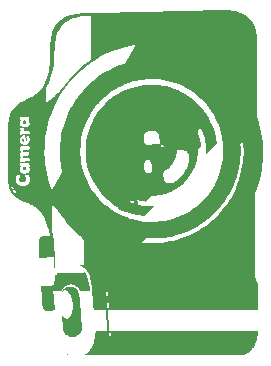
<source format=gto>
G04 #@! TF.GenerationSoftware,KiCad,Pcbnew,7.0.7-7.0.7~ubuntu22.04.1*
G04 #@! TF.CreationDate,2023-09-18T18:33:35-07:00*
G04 #@! TF.ProjectId,webcam-shim,77656263-616d-42d7-9368-696d2e6b6963,rev?*
G04 #@! TF.SameCoordinates,Original*
G04 #@! TF.FileFunction,Legend,Top*
G04 #@! TF.FilePolarity,Positive*
%FSLAX46Y46*%
G04 Gerber Fmt 4.6, Leading zero omitted, Abs format (unit mm)*
G04 Created by KiCad (PCBNEW 7.0.7-7.0.7~ubuntu22.04.1) date 2023-09-18 18:33:35*
%MOMM*%
%LPD*%
G01*
G04 APERTURE LIST*
%ADD10C,0.300000*%
G04 APERTURE END LIST*
D10*
X119249757Y-76321427D02*
X119178328Y-76464285D01*
X119178328Y-76464285D02*
X119178328Y-76678570D01*
X119178328Y-76678570D02*
X119249757Y-76892856D01*
X119249757Y-76892856D02*
X119392614Y-77035713D01*
X119392614Y-77035713D02*
X119535471Y-77107142D01*
X119535471Y-77107142D02*
X119821185Y-77178570D01*
X119821185Y-77178570D02*
X120035471Y-77178570D01*
X120035471Y-77178570D02*
X120321185Y-77107142D01*
X120321185Y-77107142D02*
X120464042Y-77035713D01*
X120464042Y-77035713D02*
X120606900Y-76892856D01*
X120606900Y-76892856D02*
X120678328Y-76678570D01*
X120678328Y-76678570D02*
X120678328Y-76535713D01*
X120678328Y-76535713D02*
X120606900Y-76321427D01*
X120606900Y-76321427D02*
X120535471Y-76249999D01*
X120535471Y-76249999D02*
X120035471Y-76249999D01*
X120035471Y-76249999D02*
X120035471Y-76535713D01*
X119178328Y-75392856D02*
X119535471Y-75392856D01*
X119392614Y-75749999D02*
X119535471Y-75392856D01*
X119535471Y-75392856D02*
X119392614Y-75035713D01*
X119821185Y-75607142D02*
X119535471Y-75392856D01*
X119535471Y-75392856D02*
X119821185Y-75178570D01*
X119178328Y-74249999D02*
X119535471Y-74249999D01*
X119392614Y-74607142D02*
X119535471Y-74249999D01*
X119535471Y-74249999D02*
X119392614Y-73892856D01*
X119821185Y-74464285D02*
X119535471Y-74249999D01*
X119535471Y-74249999D02*
X119821185Y-74035713D01*
X119178328Y-73107142D02*
X119535471Y-73107142D01*
X119392614Y-73464285D02*
X119535471Y-73107142D01*
X119535471Y-73107142D02*
X119392614Y-72749999D01*
X119821185Y-73321428D02*
X119535471Y-73107142D01*
X119535471Y-73107142D02*
X119821185Y-72892856D01*
G04 #@! TO.C,G\u002A\u002A\u002A*
G36*
X114915916Y-89430426D02*
G01*
X114910812Y-89435531D01*
X114905707Y-89430426D01*
X114910812Y-89425322D01*
X114915916Y-89430426D01*
G37*
G36*
X114864871Y-89410008D02*
G01*
X114859767Y-89415113D01*
X114854662Y-89410008D01*
X114859767Y-89404904D01*
X114864871Y-89410008D01*
G37*
G36*
X116294132Y-89410008D02*
G01*
X116289027Y-89415113D01*
X116283923Y-89410008D01*
X116289027Y-89404904D01*
X116294132Y-89410008D01*
G37*
G36*
X118489068Y-87807195D02*
G01*
X118483963Y-87812299D01*
X118478859Y-87807195D01*
X118483963Y-87802090D01*
X118489068Y-87807195D01*
G37*
G36*
X117304823Y-87429462D02*
G01*
X117299719Y-87434566D01*
X117294614Y-87429462D01*
X117299719Y-87424357D01*
X117304823Y-87429462D01*
G37*
G36*
X131035932Y-87429462D02*
G01*
X131030828Y-87434566D01*
X131025723Y-87429462D01*
X131030828Y-87424357D01*
X131035932Y-87429462D01*
G37*
G36*
X131056350Y-87429462D02*
G01*
X131051246Y-87434566D01*
X131046141Y-87429462D01*
X131051246Y-87424357D01*
X131056350Y-87429462D01*
G37*
G36*
X131035932Y-87409044D02*
G01*
X131030828Y-87414148D01*
X131025723Y-87409044D01*
X131030828Y-87403939D01*
X131035932Y-87409044D01*
G37*
G36*
X118519695Y-85704140D02*
G01*
X118514590Y-85709245D01*
X118509486Y-85704140D01*
X118514590Y-85699036D01*
X118519695Y-85704140D01*
G37*
G36*
X114374839Y-84101327D02*
G01*
X114369735Y-84106431D01*
X114364630Y-84101327D01*
X114369735Y-84096222D01*
X114374839Y-84101327D01*
G37*
G36*
X116763746Y-84101327D02*
G01*
X116758641Y-84106431D01*
X116753537Y-84101327D01*
X116758641Y-84096222D01*
X116763746Y-84101327D01*
G37*
G36*
X114088987Y-82488304D02*
G01*
X114083883Y-82493409D01*
X114078778Y-82488304D01*
X114083883Y-82483200D01*
X114088987Y-82488304D01*
G37*
G36*
X116396222Y-82488304D02*
G01*
X116391117Y-82493409D01*
X116386013Y-82488304D01*
X116391117Y-82483200D01*
X116396222Y-82488304D01*
G37*
G36*
X116426849Y-82488304D02*
G01*
X116421744Y-82493409D01*
X116416640Y-82488304D01*
X116421744Y-82483200D01*
X116426849Y-82488304D01*
G37*
G36*
X112547428Y-81283642D02*
G01*
X112542323Y-81288746D01*
X112537219Y-81283642D01*
X112542323Y-81278537D01*
X112547428Y-81283642D01*
G37*
G36*
X112567846Y-81283642D02*
G01*
X112562741Y-81288746D01*
X112557637Y-81283642D01*
X112562741Y-81278537D01*
X112567846Y-81283642D01*
G37*
G36*
X121306752Y-79946262D02*
G01*
X121301648Y-79951367D01*
X121296543Y-79946262D01*
X121301648Y-79941158D01*
X121306752Y-79946262D01*
G37*
G36*
X121276125Y-79936053D02*
G01*
X121271021Y-79941158D01*
X121265916Y-79936053D01*
X121271021Y-79930949D01*
X121276125Y-79936053D01*
G37*
G36*
X116253296Y-79660410D02*
G01*
X116248191Y-79665515D01*
X116243087Y-79660410D01*
X116248191Y-79655306D01*
X116253296Y-79660410D01*
G37*
G36*
X116273714Y-79650201D02*
G01*
X116268609Y-79655306D01*
X116263505Y-79650201D01*
X116268609Y-79645097D01*
X116273714Y-79650201D01*
G37*
G36*
X116192042Y-79639992D02*
G01*
X116186937Y-79645097D01*
X116181833Y-79639992D01*
X116186937Y-79634888D01*
X116192042Y-79639992D01*
G37*
G36*
X116232878Y-79639992D02*
G01*
X116227773Y-79645097D01*
X116222669Y-79639992D01*
X116227773Y-79634888D01*
X116232878Y-79639992D01*
G37*
G36*
X121664068Y-79639992D02*
G01*
X121658963Y-79645097D01*
X121653859Y-79639992D01*
X121658963Y-79634888D01*
X121664068Y-79639992D01*
G37*
G36*
X121674277Y-79619574D02*
G01*
X121669172Y-79624679D01*
X121664068Y-79619574D01*
X121669172Y-79614470D01*
X121674277Y-79619574D01*
G37*
G36*
X121735531Y-79619574D02*
G01*
X121730426Y-79624679D01*
X121725322Y-79619574D01*
X121730426Y-79614470D01*
X121735531Y-79619574D01*
G37*
G36*
X121755949Y-79619574D02*
G01*
X121750844Y-79624679D01*
X121745740Y-79619574D01*
X121750844Y-79614470D01*
X121755949Y-79619574D01*
G37*
G36*
X121704904Y-79609365D02*
G01*
X121699799Y-79614470D01*
X121694695Y-79609365D01*
X121699799Y-79604261D01*
X121704904Y-79609365D01*
G37*
G36*
X113609164Y-78802854D02*
G01*
X113604059Y-78807958D01*
X113598955Y-78802854D01*
X113604059Y-78797749D01*
X113609164Y-78802854D01*
G37*
G36*
X121582396Y-77710491D02*
G01*
X121577291Y-77715595D01*
X121572186Y-77710491D01*
X121577291Y-77705386D01*
X121582396Y-77710491D01*
G37*
G36*
X121561977Y-77700282D02*
G01*
X121556873Y-77705386D01*
X121551768Y-77700282D01*
X121556873Y-77695177D01*
X121561977Y-77700282D01*
G37*
G36*
X121602814Y-77700282D02*
G01*
X121597709Y-77705386D01*
X121592605Y-77700282D01*
X121597709Y-77695177D01*
X121602814Y-77700282D01*
G37*
G36*
X121459887Y-77690073D02*
G01*
X121454783Y-77695177D01*
X121449678Y-77690073D01*
X121454783Y-77684968D01*
X121459887Y-77690073D01*
G37*
G36*
X121582396Y-77690073D02*
G01*
X121577291Y-77695177D01*
X121572186Y-77690073D01*
X121577291Y-77684968D01*
X121582396Y-77690073D01*
G37*
G36*
X122286817Y-76883561D02*
G01*
X122281712Y-76888666D01*
X122276608Y-76883561D01*
X122281712Y-76878457D01*
X122286817Y-76883561D01*
G37*
G36*
X120265434Y-76189349D02*
G01*
X120260330Y-76194454D01*
X120255225Y-76189349D01*
X120260330Y-76184245D01*
X120265434Y-76189349D01*
G37*
G36*
X122000965Y-76046423D02*
G01*
X121995860Y-76051528D01*
X121990756Y-76046423D01*
X121995860Y-76041319D01*
X122000965Y-76046423D01*
G37*
G36*
X122133682Y-76026005D02*
G01*
X122128577Y-76031110D01*
X122123473Y-76026005D01*
X122128577Y-76020901D01*
X122133682Y-76026005D01*
G37*
G36*
X122133682Y-76005587D02*
G01*
X122128577Y-76010692D01*
X122123473Y-76005587D01*
X122128577Y-76000483D01*
X122133682Y-76005587D01*
G37*
G36*
X110505627Y-75842243D02*
G01*
X110500523Y-75847347D01*
X110495418Y-75842243D01*
X110500523Y-75837138D01*
X110505627Y-75842243D01*
G37*
G36*
X113701045Y-75729944D02*
G01*
X113695941Y-75735048D01*
X113690836Y-75729944D01*
X113695941Y-75724839D01*
X113701045Y-75729944D01*
G37*
G36*
X113547910Y-75342002D02*
G01*
X113542805Y-75347106D01*
X113537701Y-75342002D01*
X113542805Y-75336897D01*
X113547910Y-75342002D01*
G37*
G36*
X113527492Y-75311375D02*
G01*
X113522387Y-75316479D01*
X113517283Y-75311375D01*
X113522387Y-75306270D01*
X113527492Y-75311375D01*
G37*
G36*
X113507074Y-75301166D02*
G01*
X113501969Y-75306270D01*
X113496865Y-75301166D01*
X113501969Y-75296061D01*
X113507074Y-75301166D01*
G37*
G36*
X113537701Y-75290957D02*
G01*
X113532596Y-75296061D01*
X113527492Y-75290957D01*
X113532596Y-75285852D01*
X113537701Y-75290957D01*
G37*
G36*
X113537701Y-75250121D02*
G01*
X113532596Y-75255225D01*
X113527492Y-75250121D01*
X113532596Y-75245016D01*
X113537701Y-75250121D01*
G37*
G36*
X113507074Y-75239912D02*
G01*
X113501969Y-75245016D01*
X113496865Y-75239912D01*
X113501969Y-75234807D01*
X113507074Y-75239912D01*
G37*
G36*
X113404984Y-75005105D02*
G01*
X113399879Y-75010209D01*
X113394775Y-75005105D01*
X113399879Y-75000000D01*
X113404984Y-75005105D01*
G37*
G36*
X114415675Y-73922950D02*
G01*
X114410571Y-73928055D01*
X114405466Y-73922950D01*
X114410571Y-73917846D01*
X114415675Y-73922950D01*
G37*
G36*
X114374839Y-73912741D02*
G01*
X114369735Y-73917846D01*
X114364630Y-73912741D01*
X114369735Y-73907637D01*
X114374839Y-73912741D01*
G37*
G36*
X114436093Y-73912741D02*
G01*
X114430989Y-73917846D01*
X114425884Y-73912741D01*
X114430989Y-73907637D01*
X114436093Y-73912741D01*
G37*
G36*
X114415675Y-73851487D02*
G01*
X114410571Y-73856592D01*
X114405466Y-73851487D01*
X114410571Y-73846383D01*
X114415675Y-73851487D01*
G37*
G36*
X114374839Y-73810651D02*
G01*
X114369735Y-73815756D01*
X114364630Y-73810651D01*
X114369735Y-73805547D01*
X114374839Y-73810651D01*
G37*
G36*
X114374839Y-73749397D02*
G01*
X114369735Y-73754502D01*
X114364630Y-73749397D01*
X114369735Y-73744293D01*
X114374839Y-73749397D01*
G37*
G36*
X126656270Y-72636616D02*
G01*
X126651166Y-72641720D01*
X126646061Y-72636616D01*
X126651166Y-72631511D01*
X126656270Y-72636616D01*
G37*
G36*
X126666479Y-72575362D02*
G01*
X126661375Y-72580466D01*
X126656270Y-72575362D01*
X126661375Y-72570257D01*
X126666479Y-72575362D01*
G37*
G36*
X126697106Y-72534526D02*
G01*
X126692002Y-72539630D01*
X126686897Y-72534526D01*
X126692002Y-72529421D01*
X126697106Y-72534526D01*
G37*
G36*
X126686897Y-72463063D02*
G01*
X126681793Y-72468167D01*
X126676688Y-72463063D01*
X126681793Y-72457958D01*
X126686897Y-72463063D01*
G37*
G36*
X129606672Y-71789269D02*
G01*
X129601568Y-71794373D01*
X129596463Y-71789269D01*
X129601568Y-71784164D01*
X129606672Y-71789269D01*
G37*
G36*
X127524035Y-71768851D02*
G01*
X127518931Y-71773955D01*
X127513826Y-71768851D01*
X127518931Y-71763746D01*
X127524035Y-71768851D01*
G37*
G36*
X129586254Y-71748433D02*
G01*
X129581150Y-71753537D01*
X129576045Y-71748433D01*
X129581150Y-71743328D01*
X129586254Y-71748433D01*
G37*
G36*
X127564871Y-71697388D02*
G01*
X127559767Y-71702492D01*
X127554662Y-71697388D01*
X127559767Y-71692283D01*
X127564871Y-71697388D01*
G37*
G36*
X129739389Y-71636134D02*
G01*
X129734285Y-71641238D01*
X129729180Y-71636134D01*
X129734285Y-71631029D01*
X129739389Y-71636134D01*
G37*
G36*
X129739389Y-71482999D02*
G01*
X129734285Y-71488103D01*
X129729180Y-71482999D01*
X129734285Y-71477894D01*
X129739389Y-71482999D01*
G37*
G36*
X129749598Y-71431954D02*
G01*
X129744494Y-71437058D01*
X129739389Y-71431954D01*
X129744494Y-71426849D01*
X129749598Y-71431954D01*
G37*
G36*
X125941640Y-70502934D02*
G01*
X125936535Y-70508039D01*
X125931431Y-70502934D01*
X125936535Y-70497830D01*
X125941640Y-70502934D01*
G37*
G36*
X113098714Y-68073192D02*
G01*
X113093609Y-68078296D01*
X113088505Y-68073192D01*
X113093609Y-68068087D01*
X113098714Y-68073192D01*
G37*
G36*
X113108923Y-66868529D02*
G01*
X113103818Y-66873634D01*
X113098714Y-66868529D01*
X113103818Y-66863425D01*
X113108923Y-66868529D01*
G37*
G36*
X119612058Y-64836937D02*
G01*
X119606953Y-64842042D01*
X119601849Y-64836937D01*
X119606953Y-64831833D01*
X119612058Y-64836937D01*
G37*
G36*
X119703939Y-64806310D02*
G01*
X119698834Y-64811415D01*
X119693730Y-64806310D01*
X119698834Y-64801206D01*
X119703939Y-64806310D01*
G37*
G36*
X119591640Y-64704220D02*
G01*
X119586535Y-64709325D01*
X119581431Y-64704220D01*
X119586535Y-64699116D01*
X119591640Y-64704220D01*
G37*
G36*
X116835209Y-64510249D02*
G01*
X116830105Y-64515354D01*
X116825000Y-64510249D01*
X116830105Y-64505145D01*
X116835209Y-64510249D01*
G37*
G36*
X116916881Y-64448995D02*
G01*
X116911777Y-64454100D01*
X116906672Y-64448995D01*
X116911777Y-64443891D01*
X116916881Y-64448995D01*
G37*
G36*
X120581913Y-63346423D02*
G01*
X120576809Y-63351528D01*
X120571704Y-63346423D01*
X120576809Y-63341319D01*
X120581913Y-63346423D01*
G37*
G36*
X120398151Y-63305587D02*
G01*
X120393047Y-63310692D01*
X120387942Y-63305587D01*
X120393047Y-63300483D01*
X120398151Y-63305587D01*
G37*
G36*
X113626179Y-81210477D02*
G01*
X113624778Y-81216546D01*
X113619373Y-81217283D01*
X113610970Y-81213548D01*
X113612567Y-81210477D01*
X113624683Y-81209255D01*
X113626179Y-81210477D01*
G37*
G36*
X113728269Y-81210477D02*
G01*
X113726868Y-81216546D01*
X113721463Y-81217283D01*
X113713060Y-81213548D01*
X113714657Y-81210477D01*
X113726773Y-81209255D01*
X113728269Y-81210477D01*
G37*
G36*
X121295807Y-79915335D02*
G01*
X121296543Y-79920740D01*
X121292808Y-79929143D01*
X121289737Y-79927546D01*
X121288516Y-79915430D01*
X121289737Y-79913934D01*
X121295807Y-79915335D01*
G37*
G36*
X121642913Y-79619274D02*
G01*
X121643650Y-79624679D01*
X121639914Y-79633082D01*
X121636844Y-79631485D01*
X121635622Y-79619369D01*
X121636844Y-79617873D01*
X121642913Y-79619274D01*
G37*
G36*
X113536964Y-75372329D02*
G01*
X113537701Y-75377733D01*
X113533966Y-75386136D01*
X113530895Y-75384539D01*
X113529673Y-75372424D01*
X113530895Y-75370927D01*
X113536964Y-75372329D01*
G37*
G36*
X114394520Y-73902232D02*
G01*
X114395257Y-73907637D01*
X114391522Y-73916040D01*
X114388451Y-73914443D01*
X114387229Y-73902327D01*
X114388451Y-73900831D01*
X114394520Y-73902232D01*
G37*
G36*
X129582851Y-71767149D02*
G01*
X129581450Y-71773218D01*
X129576045Y-71773955D01*
X129567642Y-71770220D01*
X129569239Y-71767149D01*
X129581355Y-71765927D01*
X129582851Y-71767149D01*
G37*
G36*
X129605935Y-71727715D02*
G01*
X129606672Y-71733119D01*
X129602937Y-71741522D01*
X129599866Y-71739925D01*
X129598644Y-71727809D01*
X129599866Y-71726313D01*
X129605935Y-71727715D01*
G37*
G36*
X126216546Y-70329081D02*
G01*
X126217283Y-70334486D01*
X126213548Y-70342889D01*
X126210477Y-70341292D01*
X126209255Y-70329176D01*
X126210477Y-70327680D01*
X126216546Y-70329081D01*
G37*
G36*
X113108186Y-66888647D02*
G01*
X113108923Y-66894052D01*
X113105188Y-66902455D01*
X113102117Y-66900858D01*
X113100895Y-66888742D01*
X113102117Y-66887246D01*
X113108186Y-66888647D01*
G37*
G36*
X120517256Y-63273259D02*
G01*
X120515855Y-63279328D01*
X120510450Y-63280065D01*
X120502047Y-63276329D01*
X120503644Y-63273259D01*
X120515760Y-63272037D01*
X120517256Y-63273259D01*
G37*
G36*
X114895399Y-89407979D02*
G01*
X114895498Y-89409406D01*
X114888247Y-89418041D01*
X114883712Y-89421192D01*
X114876726Y-89422395D01*
X114879210Y-89416690D01*
X114889489Y-89405730D01*
X114895399Y-89407979D01*
G37*
G36*
X115313968Y-86141098D02*
G01*
X115314068Y-86142525D01*
X115306816Y-86151160D01*
X115302281Y-86154311D01*
X115295295Y-86155514D01*
X115297779Y-86149809D01*
X115308059Y-86138849D01*
X115313968Y-86141098D01*
G37*
G36*
X126676589Y-72532496D02*
G01*
X126676688Y-72533923D01*
X126669437Y-72542558D01*
X126664902Y-72545710D01*
X126657916Y-72546913D01*
X126660400Y-72541208D01*
X126670679Y-72530248D01*
X126676589Y-72532496D01*
G37*
G36*
X120449097Y-63283139D02*
G01*
X120449196Y-63284567D01*
X120441945Y-63293201D01*
X120437410Y-63296353D01*
X120430424Y-63297556D01*
X120432908Y-63291851D01*
X120443187Y-63280891D01*
X120449097Y-63283139D01*
G37*
G36*
X114895498Y-89440635D02*
G01*
X114905248Y-89450254D01*
X114905707Y-89452049D01*
X114899113Y-89452746D01*
X114895498Y-89450844D01*
X114885749Y-89441225D01*
X114885289Y-89439430D01*
X114891884Y-89438734D01*
X114895498Y-89440635D01*
G37*
G36*
X114864871Y-89430426D02*
G01*
X114874621Y-89440045D01*
X114875080Y-89441840D01*
X114868486Y-89442537D01*
X114864871Y-89440635D01*
X114855122Y-89431016D01*
X114854662Y-89429221D01*
X114861257Y-89428525D01*
X114864871Y-89430426D01*
G37*
G36*
X114966961Y-83948192D02*
G01*
X114976711Y-83957811D01*
X114977170Y-83959606D01*
X114970576Y-83960302D01*
X114966961Y-83958401D01*
X114957212Y-83948781D01*
X114956752Y-83946987D01*
X114963347Y-83946290D01*
X114966961Y-83948192D01*
G37*
G36*
X121694695Y-79629783D02*
G01*
X121704444Y-79639402D01*
X121704904Y-79641197D01*
X121698309Y-79641894D01*
X121694695Y-79639992D01*
X121684945Y-79630373D01*
X121684486Y-79628578D01*
X121691080Y-79627882D01*
X121694695Y-79629783D01*
G37*
G36*
X121776367Y-79619574D02*
G01*
X121786116Y-79629193D01*
X121786576Y-79630988D01*
X121779981Y-79631685D01*
X121776367Y-79629783D01*
X121766617Y-79620164D01*
X121766158Y-79618369D01*
X121772752Y-79617673D01*
X121776367Y-79619574D01*
G37*
G36*
X116178000Y-79598065D02*
G01*
X116192042Y-79609365D01*
X116207140Y-79624706D01*
X116212460Y-79632948D01*
X116206084Y-79630875D01*
X116192042Y-79619574D01*
X116176943Y-79604233D01*
X116171624Y-79595992D01*
X116178000Y-79598065D01*
G37*
G36*
X114374839Y-73769815D02*
G01*
X114384589Y-73779434D01*
X114385048Y-73781229D01*
X114378454Y-73781926D01*
X114374839Y-73780024D01*
X114365090Y-73770405D01*
X114364630Y-73768610D01*
X114371225Y-73767914D01*
X114374839Y-73769815D01*
G37*
G36*
X129632599Y-71771623D02*
G01*
X129633301Y-71787364D01*
X129627632Y-71799141D01*
X129627508Y-71799220D01*
X129621701Y-71794187D01*
X129619635Y-71783457D01*
X129621799Y-71767291D01*
X129626023Y-71763746D01*
X129632599Y-71771623D01*
G37*
G36*
X129739389Y-71523835D02*
G01*
X129749139Y-71533454D01*
X129749598Y-71535249D01*
X129743004Y-71535945D01*
X129739389Y-71534044D01*
X129729639Y-71524425D01*
X129729180Y-71522630D01*
X129735775Y-71521933D01*
X129739389Y-71523835D01*
G37*
G36*
X129749598Y-71503417D02*
G01*
X129759348Y-71513036D01*
X129759807Y-71514831D01*
X129753213Y-71515527D01*
X129749598Y-71513626D01*
X129739848Y-71504007D01*
X129739389Y-71502212D01*
X129745984Y-71501515D01*
X129749598Y-71503417D01*
G37*
G36*
X116854512Y-64469014D02*
G01*
X116855627Y-64469865D01*
X116849001Y-64477209D01*
X116842015Y-64483315D01*
X116830787Y-64489000D01*
X116828403Y-64481162D01*
X116836470Y-64468885D01*
X116842015Y-64467712D01*
X116854512Y-64469014D01*
G37*
G36*
X120481525Y-63265803D02*
G01*
X120489894Y-63274175D01*
X120490032Y-63274960D01*
X120483051Y-63283111D01*
X120481525Y-63284117D01*
X120474007Y-63281076D01*
X120473017Y-63274960D01*
X120477554Y-63265026D01*
X120481525Y-63265803D01*
G37*
G36*
X116269481Y-89416524D02*
G01*
X116270851Y-89423751D01*
X116265954Y-89421731D01*
X116253167Y-89422949D01*
X116249869Y-89427810D01*
X116245142Y-89434606D01*
X116243893Y-89428476D01*
X116249150Y-89413303D01*
X116261562Y-89409963D01*
X116269481Y-89416524D01*
G37*
G36*
X127547809Y-71625937D02*
G01*
X127544971Y-71630542D01*
X127539153Y-71647126D01*
X127540189Y-71652807D01*
X127537810Y-71664080D01*
X127535116Y-71666222D01*
X127529140Y-71667379D01*
X127523162Y-71668536D01*
X127521094Y-71657899D01*
X127521662Y-71656552D01*
X127524035Y-71656552D01*
X127529140Y-71661656D01*
X127534244Y-71656552D01*
X127529140Y-71651447D01*
X127524035Y-71656552D01*
X127521662Y-71656552D01*
X127528957Y-71639246D01*
X127534816Y-71630744D01*
X127549380Y-71613879D01*
X127554293Y-71612265D01*
X127547809Y-71625937D01*
G37*
G36*
X111182432Y-71182827D02*
G01*
X111191450Y-71187839D01*
X111198157Y-71199910D01*
X111203476Y-71222084D01*
X111208332Y-71257404D01*
X111213648Y-71308913D01*
X111215891Y-71332416D01*
X111222895Y-71406431D01*
X111195547Y-71406431D01*
X111156501Y-71398586D01*
X111119144Y-71377989D01*
X111088661Y-71349045D01*
X111070238Y-71316158D01*
X111067122Y-71297353D01*
X111075476Y-71256706D01*
X111097535Y-71220574D01*
X111128792Y-71194006D01*
X111164742Y-71182053D01*
X111170179Y-71181833D01*
X111182432Y-71182827D01*
G37*
G36*
X111335397Y-73541266D02*
G01*
X111376384Y-73560485D01*
X111408714Y-73595207D01*
X111414678Y-73604474D01*
X111431046Y-73648730D01*
X111433518Y-73699125D01*
X111422114Y-73746861D01*
X111414283Y-73762252D01*
X111380358Y-73803147D01*
X111337857Y-73826672D01*
X111284248Y-73834062D01*
X111268231Y-73833496D01*
X111231628Y-73829544D01*
X111206440Y-73820966D01*
X111183681Y-73803947D01*
X111171935Y-73792615D01*
X111149914Y-73768038D01*
X111138038Y-73745046D01*
X111132492Y-73714651D01*
X111131054Y-73696319D01*
X111135044Y-73637166D01*
X111154853Y-73590698D01*
X111189674Y-73557778D01*
X111238703Y-73539269D01*
X111281511Y-73535349D01*
X111335397Y-73541266D01*
G37*
G36*
X111324829Y-69606531D02*
G01*
X111374735Y-69631019D01*
X111391323Y-69644516D01*
X111412576Y-69666110D01*
X111424094Y-69686378D01*
X111429367Y-69713556D01*
X111431075Y-69738332D01*
X111431738Y-69773586D01*
X111430270Y-69801864D01*
X111427981Y-69813827D01*
X111401376Y-69854569D01*
X111361409Y-69884247D01*
X111312792Y-69901296D01*
X111260238Y-69904149D01*
X111208459Y-69891242D01*
X111202729Y-69888659D01*
X111164187Y-69862784D01*
X111140707Y-69827423D01*
X111130869Y-69779704D01*
X111130941Y-69743612D01*
X111134061Y-69706503D01*
X111140293Y-69682238D01*
X111152745Y-69663242D01*
X111171508Y-69644691D01*
X111219374Y-69613370D01*
X111271762Y-69600649D01*
X111324829Y-69606531D01*
G37*
G36*
X115206810Y-83695056D02*
G01*
X115274226Y-83700800D01*
X115333488Y-83711882D01*
X115390636Y-83729600D01*
X115451710Y-83755253D01*
X115483360Y-83770357D01*
X115589276Y-83833212D01*
X115683432Y-83911258D01*
X115764082Y-84002354D01*
X115829479Y-84104358D01*
X115877875Y-84215129D01*
X115895821Y-84275802D01*
X115900745Y-84302944D01*
X115906897Y-84349184D01*
X115914165Y-84413245D01*
X115922438Y-84493849D01*
X115931605Y-84589719D01*
X115941552Y-84699580D01*
X115952170Y-84822153D01*
X115963346Y-84956163D01*
X115974970Y-85100332D01*
X115986929Y-85253383D01*
X115999111Y-85414040D01*
X116011407Y-85581026D01*
X116018791Y-85683722D01*
X116022183Y-85729941D01*
X116026924Y-85792548D01*
X116032811Y-85869001D01*
X116039642Y-85956758D01*
X116047213Y-86053276D01*
X116055321Y-86156011D01*
X116063764Y-86262422D01*
X116072339Y-86369966D01*
X116080842Y-86476099D01*
X116089071Y-86578280D01*
X116096823Y-86673965D01*
X116103894Y-86760612D01*
X116110082Y-86835679D01*
X116115184Y-86896622D01*
X116118997Y-86940898D01*
X116120241Y-86954743D01*
X116126689Y-87046508D01*
X116129177Y-87135143D01*
X116127759Y-87216192D01*
X116122494Y-87285196D01*
X116115541Y-87328760D01*
X116080150Y-87444772D01*
X116027076Y-87552570D01*
X115957934Y-87650607D01*
X115874339Y-87737340D01*
X115777907Y-87811222D01*
X115670252Y-87870709D01*
X115552989Y-87914254D01*
X115486623Y-87930519D01*
X115415243Y-87939995D01*
X115333056Y-87942942D01*
X115293591Y-87941394D01*
X115278336Y-87940796D01*
X115257918Y-87939995D01*
X115248122Y-87939611D01*
X115168500Y-87930253D01*
X115115407Y-87918969D01*
X114999570Y-87877354D01*
X114892688Y-87818851D01*
X114796490Y-87745304D01*
X114712707Y-87658558D01*
X114643070Y-87560457D01*
X114589308Y-87452848D01*
X114553154Y-87337574D01*
X114548304Y-87314365D01*
X114545880Y-87296120D01*
X114542139Y-87260599D01*
X114537261Y-87209993D01*
X114531428Y-87146494D01*
X114524819Y-87072293D01*
X114517616Y-86989580D01*
X114509999Y-86900548D01*
X114502149Y-86807388D01*
X114494246Y-86712291D01*
X114486471Y-86617448D01*
X114479006Y-86525051D01*
X114472029Y-86437291D01*
X114465723Y-86356359D01*
X114460267Y-86284447D01*
X114455843Y-86223745D01*
X114452631Y-86176446D01*
X114450812Y-86144740D01*
X114450566Y-86130820D01*
X114450690Y-86130383D01*
X114457359Y-86136516D01*
X114472165Y-86155007D01*
X114487055Y-86175165D01*
X114542227Y-86242118D01*
X114604656Y-86301196D01*
X114669081Y-86347719D01*
X114700127Y-86364680D01*
X114742932Y-86383377D01*
X114779130Y-86393332D01*
X114819193Y-86396995D01*
X114839349Y-86397246D01*
X114904462Y-86391713D01*
X114961677Y-86373698D01*
X115016348Y-86340889D01*
X115064436Y-86300001D01*
X115129629Y-86227237D01*
X115137857Y-86214590D01*
X115273232Y-86214590D01*
X115278336Y-86219695D01*
X115283441Y-86214590D01*
X115278336Y-86209486D01*
X115273232Y-86214590D01*
X115137857Y-86214590D01*
X115151140Y-86194172D01*
X115252814Y-86194172D01*
X115257918Y-86199277D01*
X115263023Y-86194172D01*
X115257918Y-86189068D01*
X115252814Y-86194172D01*
X115151140Y-86194172D01*
X115186634Y-86139612D01*
X115235883Y-86036128D01*
X115277804Y-85915791D01*
X115312830Y-85777607D01*
X115331075Y-85683659D01*
X115338900Y-85623657D01*
X115344667Y-85547961D01*
X115348375Y-85461193D01*
X115350021Y-85367973D01*
X115349603Y-85272923D01*
X115347120Y-85180663D01*
X115342569Y-85095816D01*
X115335949Y-85023000D01*
X115331385Y-84989510D01*
X115301178Y-84829883D01*
X115263374Y-84680892D01*
X115218597Y-84543549D01*
X115167466Y-84418871D01*
X115110604Y-84307870D01*
X115048632Y-84211561D01*
X114982171Y-84130960D01*
X114911843Y-84067079D01*
X114880185Y-84047223D01*
X114838270Y-84020934D01*
X114829140Y-84017651D01*
X114762072Y-83993538D01*
X114716970Y-83986643D01*
X114648478Y-83991006D01*
X114578566Y-84012985D01*
X114511151Y-84050487D01*
X114450149Y-84101420D01*
X114407510Y-84151951D01*
X114388709Y-84176275D01*
X114379448Y-84183531D01*
X114379638Y-84174656D01*
X114389188Y-84150587D01*
X114408009Y-84112261D01*
X114412059Y-84104517D01*
X114450294Y-84044368D01*
X114502254Y-83980110D01*
X114559866Y-83919915D01*
X114891446Y-83919915D01*
X114895405Y-83928503D01*
X114912372Y-83943295D01*
X114923627Y-83951193D01*
X115002034Y-84014225D01*
X115075020Y-84095213D01*
X115142183Y-84192316D01*
X115203116Y-84303698D01*
X115257414Y-84427520D01*
X115304672Y-84561944D01*
X115344485Y-84705132D01*
X115376448Y-84855245D01*
X115400156Y-85010446D01*
X115415202Y-85168896D01*
X115421183Y-85328757D01*
X115417694Y-85488190D01*
X115404327Y-85645359D01*
X115380680Y-85798424D01*
X115355582Y-85910880D01*
X115342640Y-85957857D01*
X115327190Y-86008416D01*
X115310827Y-86057915D01*
X115295146Y-86101715D01*
X115281740Y-86135176D01*
X115272204Y-86153658D01*
X115272129Y-86153757D01*
X115274171Y-86162283D01*
X115293591Y-86166636D01*
X115310058Y-86166132D01*
X115322636Y-86158999D01*
X115335136Y-86141306D01*
X115351367Y-86109118D01*
X115353337Y-86104962D01*
X115396277Y-85998278D01*
X115432644Y-85874737D01*
X115461828Y-85737011D01*
X115483217Y-85587772D01*
X115491580Y-85499960D01*
X115493761Y-85451063D01*
X115494207Y-85386976D01*
X115493105Y-85312833D01*
X115490648Y-85233771D01*
X115487024Y-85154927D01*
X115482424Y-85081435D01*
X115477038Y-85018433D01*
X115472302Y-84979109D01*
X115441647Y-84804150D01*
X115402826Y-84641251D01*
X115356335Y-84491488D01*
X115302671Y-84355940D01*
X115242330Y-84235684D01*
X115175808Y-84131797D01*
X115103602Y-84045359D01*
X115026208Y-83977445D01*
X115003705Y-83961914D01*
X114970518Y-83941409D01*
X114949194Y-83931680D01*
X114935313Y-83931190D01*
X114927730Y-83935458D01*
X114917529Y-83941746D01*
X114919003Y-83936500D01*
X114917628Y-83924648D01*
X114905473Y-83916992D01*
X114892113Y-83919298D01*
X114891446Y-83919915D01*
X114559866Y-83919915D01*
X114563225Y-83916405D01*
X114573322Y-83907356D01*
X114824035Y-83907356D01*
X114829140Y-83912460D01*
X114834244Y-83907356D01*
X114875080Y-83907356D01*
X114880185Y-83912460D01*
X114885289Y-83907356D01*
X114880185Y-83902251D01*
X114875080Y-83907356D01*
X114834244Y-83907356D01*
X114829140Y-83902251D01*
X114824035Y-83907356D01*
X114573322Y-83907356D01*
X114628494Y-83857911D01*
X114693348Y-83809292D01*
X114737259Y-83782953D01*
X114813177Y-83746604D01*
X114883932Y-83720923D01*
X114955816Y-83704457D01*
X115035120Y-83695752D01*
X115125201Y-83693350D01*
X115206810Y-83695056D01*
G37*
G36*
X122279572Y-66594694D02*
G01*
X122589884Y-66617562D01*
X122649236Y-66624038D01*
X122979294Y-66672219D01*
X123305383Y-66740131D01*
X123626503Y-66827342D01*
X123941655Y-66933417D01*
X124249840Y-67057924D01*
X124550060Y-67200430D01*
X124841314Y-67360500D01*
X125122605Y-67537701D01*
X125392933Y-67731600D01*
X125615091Y-67910703D01*
X125670106Y-67959208D01*
X125735392Y-68019601D01*
X125808081Y-68088997D01*
X125885305Y-68164508D01*
X125964196Y-68243247D01*
X126041886Y-68322327D01*
X126115507Y-68398862D01*
X126182191Y-68469965D01*
X126239069Y-68532749D01*
X126278023Y-68577971D01*
X126489817Y-68848094D01*
X126683267Y-69127039D01*
X126858282Y-69414620D01*
X127014773Y-69710655D01*
X127152647Y-70014959D01*
X127271816Y-70327351D01*
X127372188Y-70647645D01*
X127446906Y-70944888D01*
X127458222Y-70998069D01*
X127470570Y-71060127D01*
X127483314Y-71127426D01*
X127495823Y-71196332D01*
X127507463Y-71263209D01*
X127517599Y-71324423D01*
X127525600Y-71376338D01*
X127530831Y-71415319D01*
X127532659Y-71437058D01*
X127534172Y-71457935D01*
X127537734Y-71488718D01*
X127542213Y-71520974D01*
X127546477Y-71546269D01*
X127548417Y-71554462D01*
X127541974Y-71563305D01*
X127529140Y-71577548D01*
X127522249Y-71585196D01*
X127518931Y-71588712D01*
X127490499Y-71618844D01*
X127447981Y-71662962D01*
X127395953Y-71716261D01*
X127335671Y-71777453D01*
X127268394Y-71845249D01*
X127195378Y-71918359D01*
X127125085Y-71988344D01*
X127047848Y-72065179D01*
X126975088Y-72137830D01*
X126908074Y-72205013D01*
X126848077Y-72265439D01*
X126796368Y-72317822D01*
X126754216Y-72360877D01*
X126722894Y-72393315D01*
X126703670Y-72413850D01*
X126697763Y-72421101D01*
X126689566Y-72434017D01*
X126672537Y-72448651D01*
X126655959Y-72457305D01*
X126653718Y-72457634D01*
X126649177Y-72448854D01*
X126646726Y-72426586D01*
X126646319Y-72397645D01*
X126647908Y-72368849D01*
X126651447Y-72347013D01*
X126654525Y-72340044D01*
X126657358Y-72325959D01*
X126658340Y-72294251D01*
X126657649Y-72247614D01*
X126655467Y-72188742D01*
X126651973Y-72120330D01*
X126647348Y-72045071D01*
X126641770Y-71965659D01*
X126635421Y-71884787D01*
X126628481Y-71805151D01*
X126621128Y-71729444D01*
X126613544Y-71660360D01*
X126605909Y-71600593D01*
X126604420Y-71590193D01*
X126596462Y-71544253D01*
X127524035Y-71544253D01*
X127529140Y-71549357D01*
X127534244Y-71544253D01*
X127529140Y-71539148D01*
X127524035Y-71544253D01*
X126596462Y-71544253D01*
X126589389Y-71503417D01*
X127513826Y-71503417D01*
X127518931Y-71508521D01*
X127524035Y-71503417D01*
X127518931Y-71498312D01*
X127513826Y-71503417D01*
X126589389Y-71503417D01*
X126564502Y-71359742D01*
X126512257Y-71126904D01*
X126449315Y-70897913D01*
X126377306Y-70679002D01*
X126340065Y-70579502D01*
X126320312Y-70530552D01*
X126297687Y-70477111D01*
X126273681Y-70422409D01*
X126249789Y-70369677D01*
X126227504Y-70322144D01*
X126208318Y-70283041D01*
X126193726Y-70255599D01*
X126185221Y-70243047D01*
X126184321Y-70242605D01*
X126174104Y-70249487D01*
X126152401Y-70268432D01*
X126150924Y-70269814D01*
X126139014Y-70280954D01*
X126121984Y-70296884D01*
X126120297Y-70298527D01*
X126085623Y-70332288D01*
X126068068Y-70349799D01*
X126029912Y-70387503D01*
X125996422Y-70419401D01*
X125970377Y-70442938D01*
X125954556Y-70455558D01*
X125951516Y-70456994D01*
X125942067Y-70464889D01*
X125941640Y-70468119D01*
X125934417Y-70482162D01*
X125919444Y-70497216D01*
X125897248Y-70515189D01*
X125919309Y-70550884D01*
X125931578Y-70574554D01*
X125935646Y-70590691D01*
X125934699Y-70593249D01*
X125935977Y-70599322D01*
X125940541Y-70599920D01*
X125948561Y-70605422D01*
X125947314Y-70609207D01*
X125947648Y-70623321D01*
X125955000Y-70648626D01*
X125960841Y-70663440D01*
X125977159Y-70704555D01*
X125997516Y-70760521D01*
X126020298Y-70826568D01*
X126043891Y-70897930D01*
X126066682Y-70969836D01*
X126084475Y-71028698D01*
X126105715Y-71105179D01*
X126126519Y-71187978D01*
X126146431Y-71274511D01*
X126164998Y-71362189D01*
X126181765Y-71448428D01*
X126196278Y-71530641D01*
X126208083Y-71606240D01*
X126216725Y-71672641D01*
X126221750Y-71727256D01*
X126222704Y-71767500D01*
X126219133Y-71790785D01*
X126218541Y-71792023D01*
X126208027Y-71805583D01*
X126185623Y-71830608D01*
X126153998Y-71864245D01*
X126115818Y-71903641D01*
X126086578Y-71933159D01*
X125965100Y-72054703D01*
X125958555Y-72238465D01*
X125938830Y-72521785D01*
X125899994Y-72798084D01*
X125893998Y-72825928D01*
X125854863Y-73007659D01*
X125844654Y-73055067D01*
X125841878Y-73067958D01*
X125824236Y-73128016D01*
X125764314Y-73332005D01*
X125667132Y-73590822D01*
X125550166Y-73845005D01*
X125456067Y-74021135D01*
X125310950Y-74257350D01*
X125149657Y-74481838D01*
X124973159Y-74693830D01*
X124782428Y-74892559D01*
X124578436Y-75077257D01*
X124362154Y-75247156D01*
X124134553Y-75401490D01*
X123896606Y-75539490D01*
X123649284Y-75660388D01*
X123518894Y-75712921D01*
X123393559Y-75763418D01*
X123151511Y-75841820D01*
X122980223Y-75886019D01*
X122959612Y-75891337D01*
X122762215Y-75931786D01*
X122564492Y-75962394D01*
X122371612Y-75982387D01*
X122188747Y-75990993D01*
X122151824Y-75991281D01*
X122090657Y-75992107D01*
X122048319Y-75994830D01*
X122023270Y-75999897D01*
X122013973Y-76007755D01*
X122018888Y-76018851D01*
X122028017Y-76027247D01*
X122039981Y-76037414D01*
X122035730Y-76036853D01*
X122023160Y-76030899D01*
X122015833Y-76028466D01*
X122007342Y-76029180D01*
X121996075Y-76034434D01*
X121995860Y-76034588D01*
X121980417Y-76045620D01*
X121963532Y-76060048D01*
X121958753Y-76064132D01*
X121934606Y-76086586D01*
X121929469Y-76091363D01*
X121914188Y-76106177D01*
X121893770Y-76125972D01*
X121890951Y-76128705D01*
X121841584Y-76177552D01*
X121779755Y-76239295D01*
X121773915Y-76245141D01*
X121767975Y-76251088D01*
X121536536Y-76482822D01*
X121456523Y-76476150D01*
X121333228Y-76462001D01*
X121196129Y-76439432D01*
X121049510Y-76409493D01*
X120897657Y-76373238D01*
X120744853Y-76331716D01*
X120595382Y-76285981D01*
X120453529Y-76237084D01*
X120399117Y-76216580D01*
X120367893Y-76205875D01*
X120344288Y-76200319D01*
X120335311Y-76200539D01*
X120327075Y-76198690D01*
X120326688Y-76196016D01*
X120317898Y-76187258D01*
X120295554Y-76176098D01*
X120280469Y-76170416D01*
X120255123Y-76163162D01*
X120241161Y-76161937D01*
X120240236Y-76164351D01*
X120238310Y-76173179D01*
X120233708Y-76174036D01*
X120225546Y-76177326D01*
X120226696Y-76179536D01*
X120222156Y-76188392D01*
X120205927Y-76208194D01*
X120181084Y-76235789D01*
X120168449Y-76249194D01*
X120150705Y-76268020D01*
X120117867Y-76301736D01*
X120117404Y-76302196D01*
X120085647Y-76333781D01*
X120057122Y-76361000D01*
X120035369Y-76380241D01*
X120023465Y-76388348D01*
X120022921Y-76388425D01*
X120009911Y-76395965D01*
X120006984Y-76411205D01*
X120016188Y-76423076D01*
X120016488Y-76423194D01*
X120026728Y-76423910D01*
X120026111Y-76420004D01*
X120028778Y-76409206D01*
X120035091Y-76405397D01*
X120045872Y-76406748D01*
X120046019Y-76418646D01*
X120047714Y-76427631D01*
X120057882Y-76437852D01*
X120079026Y-76450794D01*
X120113646Y-76467942D01*
X120164246Y-76490782D01*
X120176883Y-76496329D01*
X120458364Y-76608380D01*
X120746882Y-76701395D01*
X121041317Y-76775056D01*
X121340550Y-76829046D01*
X121357797Y-76831534D01*
X121485258Y-76848528D01*
X121600829Y-76861203D01*
X121711538Y-76870057D01*
X121824416Y-76875589D01*
X121946493Y-76878295D01*
X122024491Y-76878767D01*
X122100603Y-76879114D01*
X122157916Y-76879981D01*
X122198042Y-76881459D01*
X122222596Y-76883640D01*
X122233191Y-76886616D01*
X122231440Y-76890477D01*
X122231370Y-76890519D01*
X122220621Y-76899730D01*
X122196862Y-76922068D01*
X122161474Y-76956178D01*
X122115838Y-77000702D01*
X122061337Y-77054285D01*
X121999350Y-77115570D01*
X121931260Y-77183200D01*
X121858448Y-77255821D01*
X121813172Y-77301121D01*
X121738681Y-77375570D01*
X121668464Y-77445424D01*
X121603845Y-77509387D01*
X121546151Y-77566161D01*
X121496706Y-77614450D01*
X121456836Y-77652959D01*
X121427867Y-77680389D01*
X121411123Y-77695444D01*
X121407449Y-77697992D01*
X121393930Y-77695805D01*
X121367050Y-77692663D01*
X121345824Y-77690520D01*
X121301648Y-77685278D01*
X121291439Y-77684067D01*
X121215757Y-77675086D01*
X121116030Y-77659446D01*
X121286334Y-77659446D01*
X121291439Y-77664550D01*
X121296543Y-77659446D01*
X121291439Y-77654341D01*
X121286334Y-77659446D01*
X121116030Y-77659446D01*
X121070324Y-77652278D01*
X120999890Y-77639028D01*
X121296543Y-77639028D01*
X121301648Y-77644132D01*
X121306752Y-77639028D01*
X121301648Y-77633923D01*
X121296543Y-77639028D01*
X120999890Y-77639028D01*
X120912966Y-77622676D01*
X120794164Y-77597471D01*
X120467859Y-77514738D01*
X120148880Y-77413009D01*
X119984686Y-77349432D01*
X119964268Y-77341526D01*
X119943850Y-77333620D01*
X119903014Y-77317808D01*
X119837691Y-77292515D01*
X119534754Y-77153492D01*
X119240534Y-76996170D01*
X118955493Y-76820785D01*
X118680094Y-76627568D01*
X118414801Y-76416754D01*
X118399552Y-76403738D01*
X119979582Y-76403738D01*
X119984686Y-76408843D01*
X119989791Y-76403738D01*
X119984686Y-76398634D01*
X119979582Y-76403738D01*
X118399552Y-76403738D01*
X118387591Y-76393529D01*
X119959164Y-76393529D01*
X119964268Y-76398634D01*
X119969373Y-76393529D01*
X119964268Y-76388425D01*
X119959164Y-76393529D01*
X118387591Y-76393529D01*
X118375630Y-76383320D01*
X119938746Y-76383320D01*
X119943850Y-76388425D01*
X119948955Y-76383320D01*
X119943850Y-76378216D01*
X119938746Y-76383320D01*
X118375630Y-76383320D01*
X118366559Y-76375578D01*
X118298371Y-76314834D01*
X118295178Y-76311857D01*
X119897910Y-76311857D01*
X119903014Y-76316962D01*
X119908119Y-76311857D01*
X119903014Y-76306753D01*
X119897910Y-76311857D01*
X118295178Y-76311857D01*
X118221060Y-76242757D01*
X118165623Y-76189349D01*
X120163344Y-76189349D01*
X120168449Y-76194454D01*
X120173553Y-76189349D01*
X120168449Y-76184245D01*
X120163344Y-76189349D01*
X118165623Y-76189349D01*
X118138208Y-76162937D01*
X118072089Y-76097468D01*
X120112299Y-76097468D01*
X120117404Y-76102573D01*
X120122508Y-76097468D01*
X120117404Y-76092364D01*
X120112299Y-76097468D01*
X118072089Y-76097468D01*
X118053396Y-76078959D01*
X118021383Y-76046423D01*
X121909084Y-76046423D01*
X121914188Y-76051528D01*
X121919293Y-76046423D01*
X121914188Y-76041319D01*
X121909084Y-76046423D01*
X118021383Y-76046423D01*
X118011338Y-76036214D01*
X121888666Y-76036214D01*
X121893770Y-76041319D01*
X121898875Y-76036214D01*
X121929502Y-76036214D01*
X121934606Y-76041319D01*
X121939711Y-76036214D01*
X121934606Y-76031110D01*
X121929502Y-76036214D01*
X121898875Y-76036214D01*
X121893770Y-76031110D01*
X121888666Y-76036214D01*
X118011338Y-76036214D01*
X118001293Y-76026005D01*
X121909084Y-76026005D01*
X121914188Y-76031110D01*
X121919293Y-76026005D01*
X121914188Y-76020901D01*
X121909084Y-76026005D01*
X118001293Y-76026005D01*
X117991248Y-76015796D01*
X121929502Y-76015796D01*
X121934606Y-76020901D01*
X121939711Y-76015796D01*
X121934606Y-76010692D01*
X121929502Y-76015796D01*
X117991248Y-76015796D01*
X117981405Y-76005792D01*
X121962310Y-76005792D01*
X121963532Y-76007289D01*
X121969601Y-76005887D01*
X121969642Y-76005587D01*
X121990756Y-76005587D01*
X121995860Y-76010692D01*
X122000965Y-76005587D01*
X121995860Y-76000483D01*
X121990756Y-76005587D01*
X121969642Y-76005587D01*
X121970338Y-76000483D01*
X121966602Y-75992079D01*
X121963532Y-75993677D01*
X121962310Y-76005792D01*
X117981405Y-76005792D01*
X117970208Y-75994412D01*
X117892226Y-75912882D01*
X117823032Y-75837957D01*
X117772813Y-75780989D01*
X117570798Y-75529830D01*
X117382898Y-75265692D01*
X117209963Y-74990275D01*
X117052845Y-74705279D01*
X116912394Y-74412404D01*
X116840469Y-74237433D01*
X123036116Y-74237433D01*
X123037642Y-74312732D01*
X123042382Y-74379190D01*
X123050990Y-74442550D01*
X123064121Y-74508557D01*
X123082430Y-74582954D01*
X123089978Y-74611287D01*
X123103566Y-74658446D01*
X123116827Y-74693555D01*
X123133572Y-74723874D01*
X123157613Y-74756665D01*
X123181714Y-74786040D01*
X123228573Y-74837063D01*
X123272564Y-74875448D01*
X123298005Y-74892091D01*
X123325292Y-74906141D01*
X123343646Y-74914058D01*
X123348553Y-74914573D01*
X123357016Y-74913954D01*
X123377781Y-74918999D01*
X123381732Y-74920236D01*
X123448301Y-74935806D01*
X123518894Y-74939988D01*
X123597256Y-74932605D01*
X123687128Y-74913481D01*
X123721182Y-74904213D01*
X123812413Y-74872293D01*
X123910865Y-74827454D01*
X124011062Y-74772765D01*
X124107528Y-74711299D01*
X124194788Y-74646127D01*
X124221423Y-74623638D01*
X124414739Y-74444035D01*
X124589085Y-74259744D01*
X124745628Y-74069454D01*
X124872723Y-73891281D01*
X124959153Y-73749758D01*
X125034715Y-73602623D01*
X125098653Y-73452418D01*
X125150215Y-73301685D01*
X125188645Y-73152963D01*
X125213190Y-73008796D01*
X125223096Y-72871724D01*
X125217608Y-72744288D01*
X125216328Y-72733334D01*
X125205463Y-72651559D01*
X125194496Y-72585896D01*
X125182070Y-72532076D01*
X125166829Y-72485832D01*
X125147415Y-72442895D01*
X125122471Y-72398997D01*
X125097798Y-72360584D01*
X125067893Y-72321928D01*
X125029835Y-72281709D01*
X124988856Y-72244718D01*
X124950185Y-72215751D01*
X124924198Y-72201481D01*
X124895564Y-72189576D01*
X124861479Y-72175152D01*
X124854381Y-72172115D01*
X124830154Y-72162781D01*
X124803336Y-72155125D01*
X124769417Y-72148216D01*
X124723883Y-72141126D01*
X124667129Y-72133552D01*
X124620243Y-72129558D01*
X124558451Y-72127162D01*
X124487196Y-72126309D01*
X124411922Y-72126946D01*
X124338075Y-72129020D01*
X124271097Y-72132478D01*
X124216434Y-72137266D01*
X124210124Y-72138033D01*
X124168197Y-72143359D01*
X124161865Y-72232568D01*
X124141987Y-72394805D01*
X124105730Y-72562893D01*
X124054533Y-72732706D01*
X123989830Y-72900117D01*
X123913060Y-73061002D01*
X123825658Y-73211233D01*
X123815842Y-73226343D01*
X123697154Y-73389407D01*
X123561610Y-73543706D01*
X123411795Y-73686721D01*
X123250294Y-73815934D01*
X123120887Y-73903632D01*
X123041251Y-73953577D01*
X123037149Y-74147548D01*
X123036116Y-74237433D01*
X116840469Y-74237433D01*
X116789462Y-74113350D01*
X116684898Y-73809816D01*
X116599555Y-73503503D01*
X116590972Y-73466551D01*
X121378835Y-73466551D01*
X121381404Y-73539869D01*
X121386847Y-73609134D01*
X121394006Y-73662229D01*
X121417444Y-73770571D01*
X121447745Y-73861038D01*
X121485892Y-73935309D01*
X121532869Y-73995062D01*
X121589660Y-74041976D01*
X121630288Y-74065380D01*
X121703196Y-74093964D01*
X121773915Y-74106864D01*
X121839820Y-74104455D01*
X121898284Y-74087114D01*
X121946680Y-74055217D01*
X121978832Y-74015444D01*
X122005324Y-73956577D01*
X122026149Y-73881046D01*
X122040987Y-73791896D01*
X122049518Y-73692166D01*
X122051424Y-73584901D01*
X122046385Y-73473143D01*
X122041463Y-73419345D01*
X122023812Y-73302018D01*
X121997511Y-73196273D01*
X121963394Y-73104990D01*
X121934740Y-73050302D01*
X121893336Y-72991385D01*
X121850314Y-72950659D01*
X121802213Y-72925983D01*
X121745572Y-72915213D01*
X121738196Y-72915003D01*
X121715113Y-72914345D01*
X121639878Y-72923963D01*
X121573868Y-72951193D01*
X121516913Y-72996229D01*
X121468840Y-73059264D01*
X121429480Y-73140491D01*
X121398662Y-73240104D01*
X121389150Y-73282838D01*
X121382631Y-73331981D01*
X121379218Y-73395237D01*
X121378835Y-73466551D01*
X116590972Y-73466551D01*
X116570765Y-73379555D01*
X116507209Y-73042370D01*
X116464013Y-72705047D01*
X116441139Y-72368043D01*
X116438553Y-72031818D01*
X116452339Y-71770359D01*
X122844779Y-71770359D01*
X122849281Y-71801928D01*
X122855403Y-71822319D01*
X122871550Y-71863469D01*
X122889870Y-71889925D01*
X122915333Y-71907221D01*
X122940446Y-71916965D01*
X122980223Y-71923310D01*
X123011845Y-71915120D01*
X123031602Y-71893754D01*
X123035268Y-71882255D01*
X123040404Y-71837015D01*
X123038972Y-71793704D01*
X123031280Y-71760991D01*
X123030948Y-71760248D01*
X123010450Y-71734309D01*
X122976155Y-71718805D01*
X122925866Y-71712833D01*
X122915189Y-71712701D01*
X122883120Y-71713557D01*
X122865296Y-71718040D01*
X122855561Y-71729029D01*
X122849886Y-71743200D01*
X122844779Y-71770359D01*
X116452339Y-71770359D01*
X116456216Y-71696828D01*
X116494094Y-71363533D01*
X116495135Y-71357594D01*
X121359730Y-71357594D01*
X121362594Y-71385048D01*
X121371842Y-71412916D01*
X121389228Y-71445838D01*
X121416506Y-71488454D01*
X121431025Y-71509907D01*
X121475328Y-71567467D01*
X121521743Y-71610845D01*
X121576839Y-71645787D01*
X121599201Y-71656998D01*
X121631903Y-71671259D01*
X121661030Y-71679756D01*
X121693991Y-71683848D01*
X121738196Y-71684897D01*
X121750844Y-71684850D01*
X121807382Y-71682485D01*
X121871038Y-71676807D01*
X121929013Y-71668989D01*
X121934606Y-71668029D01*
X122017045Y-71655226D01*
X122101218Y-71645941D01*
X122191096Y-71639964D01*
X122290648Y-71637083D01*
X122403845Y-71637088D01*
X122488774Y-71638589D01*
X122732412Y-71644250D01*
X122754630Y-71620401D01*
X122772927Y-71590510D01*
X122774378Y-71555947D01*
X122759082Y-71513227D01*
X122757761Y-71510580D01*
X122740463Y-71476663D01*
X122723429Y-71443747D01*
X122721683Y-71440415D01*
X122716019Y-71426558D01*
X122711574Y-71407378D01*
X122708144Y-71380206D01*
X122705524Y-71342375D01*
X122703510Y-71291216D01*
X122701898Y-71224062D01*
X122700958Y-71169876D01*
X122699077Y-71079478D01*
X122696237Y-71006222D01*
X122691937Y-70946841D01*
X122685674Y-70898063D01*
X122676944Y-70856620D01*
X122665245Y-70819242D01*
X122650075Y-70782659D01*
X122637375Y-70756279D01*
X122591727Y-70687662D01*
X122529640Y-70629870D01*
X122452595Y-70583949D01*
X122362074Y-70550942D01*
X122337202Y-70544761D01*
X122264642Y-70532659D01*
X122177564Y-70525110D01*
X122081333Y-70522018D01*
X121981313Y-70523288D01*
X121882868Y-70528824D01*
X121791361Y-70538528D01*
X121712157Y-70552306D01*
X121695416Y-70556248D01*
X121616064Y-70586205D01*
X121543542Y-70633192D01*
X121482491Y-70693940D01*
X121463465Y-70719654D01*
X121448448Y-70742872D01*
X121436266Y-70765062D01*
X121426330Y-70788998D01*
X121418050Y-70817456D01*
X121410835Y-70853211D01*
X121404095Y-70899037D01*
X121397240Y-70957709D01*
X121389681Y-71032002D01*
X121383628Y-71095056D01*
X121377703Y-71157381D01*
X121371995Y-71217164D01*
X121366973Y-71269493D01*
X121363109Y-71309459D01*
X121361497Y-71325912D01*
X121359730Y-71357594D01*
X116495135Y-71357594D01*
X116552149Y-71032390D01*
X116630345Y-70703857D01*
X116697135Y-70482721D01*
X125892776Y-70482721D01*
X125893998Y-70484218D01*
X125900067Y-70482816D01*
X125900804Y-70477412D01*
X125897069Y-70469009D01*
X125893998Y-70470606D01*
X125892776Y-70482721D01*
X116697135Y-70482721D01*
X116728031Y-70380426D01*
X125839550Y-70380426D01*
X125844654Y-70385531D01*
X125849759Y-70380426D01*
X125844654Y-70375322D01*
X125839550Y-70380426D01*
X116728031Y-70380426D01*
X116728645Y-70378393D01*
X116735332Y-70360008D01*
X125849759Y-70360008D01*
X125854863Y-70365113D01*
X125859968Y-70360008D01*
X125854863Y-70354904D01*
X125849759Y-70360008D01*
X116735332Y-70360008D01*
X116746471Y-70329381D01*
X125819132Y-70329381D01*
X125824236Y-70334486D01*
X125829341Y-70329381D01*
X125824236Y-70324277D01*
X125819132Y-70329381D01*
X116746471Y-70329381D01*
X116779890Y-70237500D01*
X126145820Y-70237500D01*
X126150924Y-70242605D01*
X126156029Y-70237500D01*
X126150924Y-70232396D01*
X126145820Y-70237500D01*
X116779890Y-70237500D01*
X116794668Y-70196869D01*
X126137792Y-70196869D01*
X126139014Y-70198366D01*
X126145083Y-70196964D01*
X126145820Y-70191560D01*
X126142085Y-70183157D01*
X126140715Y-70183869D01*
X126139014Y-70184754D01*
X126137792Y-70196869D01*
X116794668Y-70196869D01*
X116805882Y-70166037D01*
X126115193Y-70166037D01*
X126120297Y-70171142D01*
X126125402Y-70166037D01*
X126135611Y-70166037D01*
X126140715Y-70171142D01*
X126145820Y-70166037D01*
X126140715Y-70160933D01*
X126135611Y-70166037D01*
X126125402Y-70166037D01*
X126120297Y-70160933D01*
X126115193Y-70166037D01*
X116805882Y-70166037D01*
X116831874Y-70094574D01*
X116862669Y-70020307D01*
X116901669Y-69932568D01*
X116946812Y-69835533D01*
X116996035Y-69733380D01*
X117047273Y-69630284D01*
X117098466Y-69530421D01*
X117147548Y-69437967D01*
X117192457Y-69357100D01*
X117216693Y-69315624D01*
X117400977Y-69027549D01*
X117600289Y-68753295D01*
X117814603Y-68492890D01*
X118043894Y-68246361D01*
X118288135Y-68013735D01*
X118547302Y-67795040D01*
X118821367Y-67590302D01*
X118889258Y-67543313D01*
X119161352Y-67369874D01*
X119445672Y-67211976D01*
X119740365Y-67070374D01*
X120043575Y-66945822D01*
X120353449Y-66839076D01*
X120668133Y-66750889D01*
X120985772Y-66682017D01*
X121020900Y-66675637D01*
X121330211Y-66629791D01*
X121645750Y-66600935D01*
X121963532Y-66589193D01*
X122279572Y-66594694D01*
G37*
G36*
X128308003Y-60277078D02*
G01*
X128375055Y-60277594D01*
X128435242Y-60278471D01*
X128489240Y-60279698D01*
X128537728Y-60281265D01*
X128581382Y-60283160D01*
X128620878Y-60285374D01*
X128656896Y-60287895D01*
X128672548Y-60289160D01*
X128913112Y-60317520D01*
X129142757Y-60360959D01*
X129360823Y-60419211D01*
X129566650Y-60492009D01*
X129759578Y-60579087D01*
X129938945Y-60680177D01*
X130104092Y-60795015D01*
X130254359Y-60923332D01*
X130262699Y-60931273D01*
X130395116Y-61069662D01*
X130513176Y-61217745D01*
X130617334Y-61376531D01*
X130708046Y-61547029D01*
X130785768Y-61730248D01*
X130850954Y-61927196D01*
X130904059Y-62138884D01*
X130945541Y-62366319D01*
X130961115Y-62478658D01*
X130962787Y-62492880D01*
X130964357Y-62508557D01*
X130965830Y-62526364D01*
X130967208Y-62546975D01*
X130968498Y-62571067D01*
X130969703Y-62599315D01*
X130970829Y-62632393D01*
X130971879Y-62670978D01*
X130972859Y-62715745D01*
X130973772Y-62767368D01*
X130974624Y-62826524D01*
X130975418Y-62893887D01*
X130976161Y-62970133D01*
X130976855Y-63055938D01*
X130977505Y-63151976D01*
X130978117Y-63258922D01*
X130978694Y-63377453D01*
X130979242Y-63508243D01*
X130979764Y-63651968D01*
X130980266Y-63809303D01*
X130980751Y-63980924D01*
X130981224Y-64167505D01*
X130981691Y-64369722D01*
X130982155Y-64588251D01*
X130982621Y-64823766D01*
X130983093Y-65076943D01*
X130983577Y-65348457D01*
X130984076Y-65638984D01*
X130984595Y-65949199D01*
X130984638Y-65975241D01*
X130990188Y-69328899D01*
X131048975Y-69511293D01*
X131154099Y-69866594D01*
X131244907Y-70235415D01*
X131321158Y-70616478D01*
X131382607Y-71008510D01*
X131429013Y-71410233D01*
X131444599Y-71589677D01*
X131447566Y-71633449D01*
X131450834Y-71691646D01*
X131454278Y-71760993D01*
X131457776Y-71838216D01*
X131461202Y-71920038D01*
X131464433Y-72003184D01*
X131467343Y-72084379D01*
X131469810Y-72160348D01*
X131471708Y-72227815D01*
X131472914Y-72283506D01*
X131473303Y-72324145D01*
X131473073Y-72340555D01*
X131472339Y-72362497D01*
X131471059Y-72401299D01*
X131469351Y-72453416D01*
X131467329Y-72515301D01*
X131465110Y-72583406D01*
X131464044Y-72616198D01*
X131441143Y-73029198D01*
X131399494Y-73442933D01*
X131339509Y-73855410D01*
X131261603Y-74264633D01*
X131166190Y-74668607D01*
X131053685Y-75065337D01*
X130924501Y-75452827D01*
X130815696Y-75739228D01*
X130750080Y-75902882D01*
X130750080Y-79339027D01*
X130750080Y-82775173D01*
X130805066Y-82886964D01*
X130886568Y-83071093D01*
X130951512Y-83259399D01*
X131000923Y-83455427D01*
X131035824Y-83662722D01*
X131040999Y-83704528D01*
X131043754Y-83731283D01*
X131046174Y-83762371D01*
X131048279Y-83799147D01*
X131050089Y-83842963D01*
X131051624Y-83895173D01*
X131052902Y-83957129D01*
X131053945Y-84030186D01*
X131054772Y-84115696D01*
X131055401Y-84215012D01*
X131055854Y-84329488D01*
X131056150Y-84460476D01*
X131056309Y-84609330D01*
X131056350Y-84757192D01*
X131056350Y-85678618D01*
X124752917Y-85678618D01*
X122135037Y-85678618D01*
X121230185Y-85678618D01*
X121219976Y-85678618D01*
X121209767Y-85678618D01*
X121199558Y-85678618D01*
X121187647Y-85678618D01*
X121168931Y-85678618D01*
X121128095Y-85678618D01*
X121098699Y-85678618D01*
X121056632Y-85678618D01*
X121036214Y-85678618D01*
X121015796Y-85678618D01*
X118449483Y-85678618D01*
X118443797Y-85635229D01*
X118441326Y-85613551D01*
X118437280Y-85574734D01*
X118431976Y-85521967D01*
X118425731Y-85458443D01*
X118418862Y-85387352D01*
X118412094Y-85316198D01*
X118403813Y-85228642D01*
X118394871Y-85134426D01*
X118385838Y-85039507D01*
X118377279Y-84949843D01*
X118369763Y-84871390D01*
X118366394Y-84836375D01*
X118354677Y-84714767D01*
X118343483Y-84598484D01*
X118332974Y-84489216D01*
X118323314Y-84388651D01*
X118314662Y-84298477D01*
X118307182Y-84220382D01*
X118301034Y-84156054D01*
X118296382Y-84107183D01*
X118293386Y-84075456D01*
X118292248Y-84063043D01*
X118289992Y-84057799D01*
X118287688Y-84052444D01*
X118273171Y-84046996D01*
X118244005Y-84045221D01*
X118235524Y-84045177D01*
X118204310Y-84044617D01*
X118189844Y-84041895D01*
X118188466Y-84035445D01*
X118192092Y-84029864D01*
X118284887Y-84029864D01*
X118289992Y-84034968D01*
X118295096Y-84029864D01*
X118289992Y-84024759D01*
X118284887Y-84029864D01*
X118192092Y-84029864D01*
X118193750Y-84027311D01*
X118202283Y-84015358D01*
X118197740Y-84018136D01*
X118189514Y-84025504D01*
X118184926Y-84030672D01*
X118181515Y-84038189D01*
X118179355Y-84050110D01*
X118178521Y-84068488D01*
X118179088Y-84095377D01*
X118181131Y-84132831D01*
X118184726Y-84182903D01*
X118189946Y-84247647D01*
X118196866Y-84329117D01*
X118203288Y-84403237D01*
X118215591Y-84544337D01*
X118228932Y-84696723D01*
X118243130Y-84858367D01*
X118258004Y-85027240D01*
X118273374Y-85201316D01*
X118289059Y-85378566D01*
X118304879Y-85556962D01*
X118320654Y-85734476D01*
X118336202Y-85909080D01*
X118351344Y-86078747D01*
X118365899Y-86241449D01*
X118379686Y-86395157D01*
X118392524Y-86537843D01*
X118404235Y-86667480D01*
X118414636Y-86782040D01*
X118423547Y-86879495D01*
X118428071Y-86928557D01*
X118436871Y-87026578D01*
X118445011Y-87122950D01*
X118452279Y-87214753D01*
X118458465Y-87299064D01*
X118463358Y-87372960D01*
X118466748Y-87433520D01*
X118468423Y-87477821D01*
X118468566Y-87490052D01*
X118467430Y-87552907D01*
X118464375Y-87620201D01*
X118459811Y-87686570D01*
X118454147Y-87746656D01*
X118447791Y-87795096D01*
X118443575Y-87817404D01*
X118442607Y-87828641D01*
X118449259Y-87834308D01*
X118467875Y-87835719D01*
X118499702Y-87834363D01*
X118531876Y-87831883D01*
X118553926Y-87828941D01*
X118560531Y-87826639D01*
X118561935Y-87815363D01*
X118565715Y-87788450D01*
X118571223Y-87750457D01*
X118575286Y-87722903D01*
X118582999Y-87666051D01*
X118590356Y-87603560D01*
X118596043Y-87546805D01*
X118597109Y-87534087D01*
X118604177Y-87444742D01*
X124831760Y-87444792D01*
X131059343Y-87444841D01*
X131052363Y-87561599D01*
X131029813Y-87786711D01*
X130989726Y-88004833D01*
X130932511Y-88214778D01*
X130858577Y-88415359D01*
X130768333Y-88605391D01*
X130662190Y-88783687D01*
X130599671Y-88872962D01*
X130572377Y-88907128D01*
X130534357Y-88951000D01*
X130489609Y-89000145D01*
X130442138Y-89050129D01*
X130413896Y-89078793D01*
X130294859Y-89188602D01*
X130175075Y-89280170D01*
X130051342Y-89355523D01*
X129920458Y-89416692D01*
X129825656Y-89451245D01*
X129813797Y-89455352D01*
X129803543Y-89459282D01*
X129794448Y-89463040D01*
X129786065Y-89466628D01*
X129777948Y-89470053D01*
X129769649Y-89473316D01*
X129760723Y-89476423D01*
X129750722Y-89479377D01*
X129739199Y-89482183D01*
X129725708Y-89484844D01*
X129709803Y-89487364D01*
X129691035Y-89489748D01*
X129668960Y-89491999D01*
X129643130Y-89494122D01*
X129613097Y-89496119D01*
X129578417Y-89497997D01*
X129538641Y-89499757D01*
X129493323Y-89501406D01*
X129442017Y-89502945D01*
X129384275Y-89504380D01*
X129319652Y-89505715D01*
X129247699Y-89506953D01*
X129167971Y-89508098D01*
X129080021Y-89509155D01*
X128983402Y-89510127D01*
X128877667Y-89511019D01*
X128762370Y-89511834D01*
X128637064Y-89512577D01*
X128501302Y-89513251D01*
X128354638Y-89513861D01*
X128196624Y-89514410D01*
X128026814Y-89514903D01*
X127844762Y-89515343D01*
X127650020Y-89515735D01*
X127442142Y-89516083D01*
X127220681Y-89516390D01*
X126985191Y-89516660D01*
X126735225Y-89516899D01*
X126470335Y-89517108D01*
X126190076Y-89517294D01*
X125894000Y-89517459D01*
X125581661Y-89517607D01*
X125252612Y-89517743D01*
X124906407Y-89517871D01*
X124542598Y-89517994D01*
X124160739Y-89518117D01*
X123760384Y-89518244D01*
X123341085Y-89518378D01*
X122902395Y-89518524D01*
X122443869Y-89518686D01*
X122302017Y-89518738D01*
X121919061Y-89518869D01*
X121541123Y-89518977D01*
X121168719Y-89519062D01*
X120802365Y-89519123D01*
X120442576Y-89519162D01*
X120089868Y-89519178D01*
X119744756Y-89519173D01*
X119407757Y-89519146D01*
X119079385Y-89519098D01*
X118760157Y-89519029D01*
X118450587Y-89518940D01*
X118151192Y-89518830D01*
X117862487Y-89518701D01*
X117584989Y-89518553D01*
X117319211Y-89518386D01*
X117065671Y-89518200D01*
X116824883Y-89517997D01*
X116597363Y-89517775D01*
X116383627Y-89517536D01*
X116184191Y-89517280D01*
X116125683Y-89517194D01*
X116064429Y-89517103D01*
X116028698Y-89517050D01*
X115999570Y-89517007D01*
X115936817Y-89516900D01*
X115830280Y-89516718D01*
X115676835Y-89516413D01*
X115539753Y-89516093D01*
X115419549Y-89515757D01*
X115316737Y-89515407D01*
X115231835Y-89515042D01*
X115166037Y-89514667D01*
X115165356Y-89514663D01*
X115117818Y-89514271D01*
X115114992Y-89514230D01*
X115099014Y-89513999D01*
X115089736Y-89513865D01*
X115081533Y-89513503D01*
X115073416Y-89501121D01*
X115073651Y-89500188D01*
X116021892Y-89500188D01*
X116023293Y-89506257D01*
X116028698Y-89506994D01*
X116037101Y-89503258D01*
X116036389Y-89501889D01*
X116059325Y-89501889D01*
X116064429Y-89506994D01*
X116069534Y-89501889D01*
X116064429Y-89496785D01*
X116059325Y-89501889D01*
X116036389Y-89501889D01*
X116035504Y-89500188D01*
X116033802Y-89500016D01*
X116023388Y-89498966D01*
X116021892Y-89500188D01*
X115073651Y-89500188D01*
X115074748Y-89495826D01*
X115073649Y-89491680D01*
X115109887Y-89491680D01*
X115114992Y-89496785D01*
X115120096Y-89491680D01*
X115160932Y-89491680D01*
X115166037Y-89496785D01*
X115171141Y-89491680D01*
X115166037Y-89486576D01*
X115160932Y-89491680D01*
X115120096Y-89491680D01*
X115114992Y-89486576D01*
X115109887Y-89491680D01*
X115073649Y-89491680D01*
X115072858Y-89488699D01*
X115067258Y-89488875D01*
X115061016Y-89485973D01*
X115926608Y-89485973D01*
X115934019Y-89496369D01*
X115936817Y-89496785D01*
X115946760Y-89493302D01*
X115947026Y-89492283D01*
X115939872Y-89483567D01*
X115936817Y-89481471D01*
X115927409Y-89482281D01*
X115926608Y-89485973D01*
X115061016Y-89485973D01*
X115056753Y-89483991D01*
X115056543Y-89478160D01*
X115053330Y-89470057D01*
X115079260Y-89470057D01*
X115086447Y-89479374D01*
X115089469Y-89481471D01*
X115099014Y-89484073D01*
X115099678Y-89482676D01*
X115092492Y-89473360D01*
X115089469Y-89471262D01*
X115079925Y-89468661D01*
X115079260Y-89470057D01*
X115053330Y-89470057D01*
X115053239Y-89469828D01*
X115048391Y-89471412D01*
X115043777Y-89482888D01*
X115050690Y-89494360D01*
X115057838Y-89505409D01*
X115049997Y-89506560D01*
X115038424Y-89503799D01*
X115023111Y-89500253D01*
X115016024Y-89498612D01*
X115004643Y-89496924D01*
X115000708Y-89490504D01*
X115002105Y-89487528D01*
X114998838Y-89482311D01*
X114987394Y-89483614D01*
X114971143Y-89483481D01*
X114966961Y-89477878D01*
X114960059Y-89471262D01*
X115018006Y-89471262D01*
X115023111Y-89476367D01*
X115028215Y-89471262D01*
X115023111Y-89466158D01*
X115018006Y-89471262D01*
X114960059Y-89471262D01*
X114959668Y-89470887D01*
X114953284Y-89472047D01*
X114936986Y-89469128D01*
X114925209Y-89458966D01*
X114916060Y-89446531D01*
X114920869Y-89448635D01*
X114928678Y-89454647D01*
X114942995Y-89462056D01*
X114946543Y-89457528D01*
X114954302Y-89451283D01*
X114968319Y-89454453D01*
X114992359Y-89458231D01*
X115024488Y-89457447D01*
X115032126Y-89456530D01*
X115072936Y-89452954D01*
X115101216Y-89455051D01*
X115114156Y-89462374D01*
X115113184Y-89469440D01*
X115111746Y-89475508D01*
X115117999Y-89471262D01*
X116028698Y-89471262D01*
X116033802Y-89476367D01*
X116038907Y-89471262D01*
X116033802Y-89466158D01*
X116028698Y-89471262D01*
X115117999Y-89471262D01*
X115121635Y-89468793D01*
X115130790Y-89465477D01*
X115150296Y-89462718D01*
X115181592Y-89460471D01*
X115226115Y-89458693D01*
X115285304Y-89457341D01*
X115360596Y-89456371D01*
X115453430Y-89455740D01*
X115565134Y-89455406D01*
X115682437Y-89455197D01*
X115780982Y-89455035D01*
X115862426Y-89454985D01*
X115928430Y-89455112D01*
X115980652Y-89455480D01*
X116020751Y-89456155D01*
X116050387Y-89457201D01*
X116071218Y-89458682D01*
X116084904Y-89460665D01*
X116093103Y-89463212D01*
X116097475Y-89466390D01*
X116099678Y-89470263D01*
X116101373Y-89474895D01*
X116101995Y-89476367D01*
X116107748Y-89485794D01*
X116108531Y-89481471D01*
X116120579Y-89481471D01*
X116125683Y-89486576D01*
X116130788Y-89481471D01*
X116125683Y-89476367D01*
X116120579Y-89481471D01*
X116108531Y-89481471D01*
X116109627Y-89475422D01*
X116109652Y-89474842D01*
X116116215Y-89463227D01*
X116137171Y-89456537D01*
X116156633Y-89454325D01*
X116183611Y-89452849D01*
X116193170Y-89454876D01*
X116188149Y-89461347D01*
X116185001Y-89463732D01*
X116163843Y-89471888D01*
X116151499Y-89470883D01*
X116141762Y-89468965D01*
X116147562Y-89476712D01*
X116167467Y-89483528D01*
X116201768Y-89481355D01*
X116247132Y-89471330D01*
X116300225Y-89454592D01*
X116357713Y-89432277D01*
X116416263Y-89405523D01*
X116472541Y-89375466D01*
X116507539Y-89353901D01*
X116616665Y-89270777D01*
X116720036Y-89169242D01*
X116816939Y-89050672D01*
X116906659Y-88916443D01*
X116988483Y-88767929D01*
X117061696Y-88606507D01*
X117125584Y-88433552D01*
X117179433Y-88250439D01*
X117222530Y-88058545D01*
X117243463Y-87936247D01*
X117254050Y-87860291D01*
X117263980Y-87778063D01*
X117272701Y-87695117D01*
X117279662Y-87617012D01*
X117284311Y-87549302D01*
X117285954Y-87508397D01*
X117287081Y-87454615D01*
X117796662Y-87457352D01*
X118306243Y-87460089D01*
X118301018Y-87424357D01*
X118299328Y-87408799D01*
X118296007Y-87374498D01*
X118291199Y-87323053D01*
X118285048Y-87256061D01*
X118277699Y-87175123D01*
X118269296Y-87081835D01*
X118259984Y-86977795D01*
X118249906Y-86864603D01*
X118239207Y-86743856D01*
X118228031Y-86617153D01*
X118223155Y-86561696D01*
X118211842Y-86433530D01*
X118200926Y-86311072D01*
X118190552Y-86195870D01*
X118180864Y-86089472D01*
X118172006Y-85993425D01*
X118164122Y-85909278D01*
X118157358Y-85838578D01*
X118151857Y-85782872D01*
X118147763Y-85743709D01*
X118145222Y-85722635D01*
X118144618Y-85719454D01*
X118140272Y-85701366D01*
X118140403Y-85696295D01*
X118130858Y-85694803D01*
X118102833Y-85693513D01*
X118058267Y-85692444D01*
X117999096Y-85691616D01*
X117927260Y-85691048D01*
X117844695Y-85690761D01*
X117753339Y-85690773D01*
X117655131Y-85691106D01*
X117638748Y-85691191D01*
X117135408Y-85693931D01*
X117102482Y-85331511D01*
X117094291Y-85241489D01*
X117084630Y-85135542D01*
X117073902Y-85018081D01*
X117062511Y-84893511D01*
X117050859Y-84766243D01*
X117039350Y-84640684D01*
X117028388Y-84521242D01*
X117024043Y-84473955D01*
X117014851Y-84372324D01*
X117006271Y-84274303D01*
X116998492Y-84182294D01*
X116991706Y-84098698D01*
X116986104Y-84025918D01*
X116981874Y-83966354D01*
X116979209Y-83922409D01*
X116978298Y-83897147D01*
X116976012Y-83820989D01*
X116969814Y-83729485D01*
X116960119Y-83627240D01*
X116947345Y-83518860D01*
X116937662Y-83447822D01*
X116899111Y-83231238D01*
X116847307Y-83023749D01*
X116782896Y-82827113D01*
X116706520Y-82643088D01*
X116618825Y-82473429D01*
X116527664Y-82330065D01*
X116455614Y-82237398D01*
X116380908Y-82157222D01*
X116375093Y-82150981D01*
X116364930Y-82141794D01*
X116350281Y-82128552D01*
X116337894Y-82117355D01*
X116309445Y-82091639D01*
X116299236Y-82082411D01*
X116289137Y-82073282D01*
X116200783Y-82006769D01*
X116113067Y-81953910D01*
X116029025Y-81917171D01*
X116013384Y-81912114D01*
X115984568Y-81902919D01*
X115968359Y-81896044D01*
X115966115Y-81891026D01*
X115979194Y-81887404D01*
X116008953Y-81884715D01*
X116056751Y-81882499D01*
X116105265Y-81880868D01*
X116268609Y-81875764D01*
X116345177Y-81875764D01*
X116350281Y-81880868D01*
X116355386Y-81875764D01*
X116350281Y-81870659D01*
X116345177Y-81875764D01*
X116268609Y-81875764D01*
X116268659Y-81855346D01*
X116345177Y-81855346D01*
X116350281Y-81860450D01*
X116355386Y-81855346D01*
X116350281Y-81850241D01*
X116345177Y-81855346D01*
X116268659Y-81855346D01*
X116271294Y-80785269D01*
X116271646Y-80605896D01*
X116271790Y-80440847D01*
X116271728Y-80290733D01*
X116271464Y-80156165D01*
X116271003Y-80037753D01*
X116270514Y-79961870D01*
X121240575Y-79961870D01*
X121249513Y-79967981D01*
X121256827Y-79960113D01*
X121264278Y-79953558D01*
X121265760Y-79957322D01*
X121274010Y-79967906D01*
X121278678Y-79968841D01*
X121303937Y-79970415D01*
X121340978Y-79973477D01*
X121383066Y-79977379D01*
X121423464Y-79981476D01*
X121455438Y-79985120D01*
X121470096Y-79987214D01*
X121486851Y-79988844D01*
X121521049Y-79991053D01*
X121569727Y-79993690D01*
X121629923Y-79996604D01*
X121698676Y-79999645D01*
X121771262Y-80002591D01*
X122135037Y-80007509D01*
X122504353Y-79994536D01*
X122875553Y-79964012D01*
X123244979Y-79916274D01*
X123608974Y-79851660D01*
X123765051Y-79818290D01*
X124147158Y-79721858D01*
X124522525Y-79606393D01*
X124890504Y-79472348D01*
X125250448Y-79320178D01*
X125601710Y-79150337D01*
X125943642Y-78963279D01*
X126275596Y-78759459D01*
X126596926Y-78539330D01*
X126906984Y-78303347D01*
X127205123Y-78051963D01*
X127490695Y-77785634D01*
X127763053Y-77504814D01*
X128021549Y-77209956D01*
X128265537Y-76901514D01*
X128494368Y-76579944D01*
X128591494Y-76432214D01*
X128796519Y-76093730D01*
X128983560Y-75746053D01*
X129152358Y-75389973D01*
X129302653Y-75026284D01*
X129434185Y-74655777D01*
X129546695Y-74279245D01*
X129639924Y-73897479D01*
X129713611Y-73511271D01*
X129767497Y-73121414D01*
X129800398Y-72743810D01*
X129807918Y-72615527D01*
X129813409Y-72502391D01*
X129816932Y-72399238D01*
X129818548Y-72300905D01*
X129818317Y-72202227D01*
X129816301Y-72098041D01*
X129812560Y-71983183D01*
X129810108Y-71921244D01*
X129806894Y-71849985D01*
X129803489Y-71785781D01*
X129800080Y-71731351D01*
X129796851Y-71689413D01*
X129793989Y-71662685D01*
X129791856Y-71653871D01*
X129788305Y-71643097D01*
X129786663Y-71617997D01*
X129787003Y-71592682D01*
X129785747Y-71550689D01*
X129779239Y-71515931D01*
X129775324Y-71505862D01*
X129768292Y-71488269D01*
X129769933Y-71483023D01*
X129770713Y-71483429D01*
X129778144Y-71479859D01*
X129780225Y-71467685D01*
X129776268Y-71452577D01*
X129767464Y-71453729D01*
X129759855Y-71456732D01*
X129766532Y-71446757D01*
X129766695Y-71446555D01*
X129772048Y-71433785D01*
X129760767Y-71423431D01*
X129754782Y-71420434D01*
X129754703Y-71420405D01*
X129737708Y-71414129D01*
X129733380Y-71419966D01*
X129734420Y-71427552D01*
X129728373Y-71444621D01*
X129724076Y-71450232D01*
X129706081Y-71473729D01*
X129667675Y-71514713D01*
X129651471Y-71530833D01*
X129617227Y-71563740D01*
X129588119Y-71590401D01*
X129567249Y-71608064D01*
X129557750Y-71613987D01*
X129554743Y-71622495D01*
X129553270Y-71646605D01*
X129553568Y-71681537D01*
X129553911Y-71690554D01*
X129558143Y-71741006D01*
X129566011Y-71773964D01*
X129574329Y-71788471D01*
X129582650Y-71800262D01*
X129578597Y-71800630D01*
X129568212Y-71801447D01*
X129565836Y-71814548D01*
X129568241Y-71829154D01*
X129579337Y-71828954D01*
X129588806Y-71824674D01*
X129603310Y-71817974D01*
X129602403Y-71820650D01*
X129587161Y-71833257D01*
X129562546Y-71853093D01*
X129568861Y-72021078D01*
X129571838Y-72184977D01*
X129569309Y-72363926D01*
X129561550Y-72553394D01*
X129550523Y-72722913D01*
X129548836Y-72748847D01*
X129540314Y-72845319D01*
X129531442Y-72945753D01*
X129509643Y-73139581D01*
X129493742Y-73258281D01*
X129429481Y-73636101D01*
X129345649Y-74009033D01*
X129242664Y-74376341D01*
X129120947Y-74737288D01*
X128980917Y-75091138D01*
X128822993Y-75437154D01*
X128647597Y-75774599D01*
X128455146Y-76102738D01*
X128246062Y-76420833D01*
X128020763Y-76728147D01*
X127779669Y-77023946D01*
X127523200Y-77307491D01*
X127251776Y-77578046D01*
X126965817Y-77834875D01*
X126814510Y-77960340D01*
X126502743Y-78199027D01*
X126181522Y-78419648D01*
X125851032Y-78622109D01*
X125511460Y-78806317D01*
X125162992Y-78972179D01*
X124805813Y-79119604D01*
X124440111Y-79248498D01*
X124066070Y-79358768D01*
X123945780Y-79389824D01*
X123693783Y-79448504D01*
X123445601Y-79497535D01*
X123198235Y-79537194D01*
X122948687Y-79567758D01*
X122693960Y-79589506D01*
X122431055Y-79602716D01*
X122156975Y-79607664D01*
X122086837Y-79606926D01*
X121868720Y-79604629D01*
X121687229Y-79599074D01*
X121639617Y-79597615D01*
X121608165Y-79597926D01*
X121588648Y-79600609D01*
X121576842Y-79606270D01*
X121568523Y-79615514D01*
X121568090Y-79616129D01*
X121556520Y-79626514D01*
X121553181Y-79629511D01*
X121542122Y-79630131D01*
X121533601Y-79629876D01*
X121533650Y-79634001D01*
X121527595Y-79644149D01*
X121526246Y-79645766D01*
X121509075Y-79666347D01*
X121482493Y-79695743D01*
X121480170Y-79698312D01*
X121454783Y-79725228D01*
X121448404Y-79731991D01*
X121442959Y-79737764D01*
X121419993Y-79761375D01*
X121399522Y-79782421D01*
X121393529Y-79788472D01*
X121384778Y-79797307D01*
X121377551Y-79804696D01*
X121352693Y-79830110D01*
X121331221Y-79852062D01*
X121289175Y-79897001D01*
X121259557Y-79931077D01*
X121250912Y-79942853D01*
X121243282Y-79953246D01*
X121240575Y-79961870D01*
X116270514Y-79961870D01*
X116270479Y-79956471D01*
X121163826Y-79956471D01*
X121168931Y-79961576D01*
X121173830Y-79956676D01*
X121186426Y-79956676D01*
X121187647Y-79958173D01*
X121193717Y-79956771D01*
X121193758Y-79956471D01*
X121214871Y-79956471D01*
X121219976Y-79961576D01*
X121225080Y-79956471D01*
X121219976Y-79951367D01*
X121214871Y-79956471D01*
X121193758Y-79956471D01*
X121194453Y-79951367D01*
X121190718Y-79942964D01*
X121189349Y-79943676D01*
X121187647Y-79944561D01*
X121186426Y-79956676D01*
X121173830Y-79956676D01*
X121174035Y-79956471D01*
X121168931Y-79951367D01*
X121163826Y-79956471D01*
X116270479Y-79956471D01*
X116270348Y-79936108D01*
X116270347Y-79936053D01*
X121010691Y-79936053D01*
X121015796Y-79941158D01*
X121020900Y-79936053D01*
X121204662Y-79936053D01*
X121209767Y-79941158D01*
X121214871Y-79936053D01*
X121209767Y-79930949D01*
X121204662Y-79936053D01*
X121020900Y-79936053D01*
X121015796Y-79930949D01*
X121010691Y-79936053D01*
X116270347Y-79936053D01*
X116270142Y-79915635D01*
X121051527Y-79915635D01*
X121056632Y-79920740D01*
X121061736Y-79915635D01*
X121061537Y-79915436D01*
X121075466Y-79915436D01*
X121076410Y-79918398D01*
X121091212Y-79925447D01*
X121098699Y-79927075D01*
X121109260Y-79926044D01*
X121109196Y-79925844D01*
X121122990Y-79925844D01*
X121128095Y-79930949D01*
X121133199Y-79925844D01*
X121225080Y-79925844D01*
X121230185Y-79930949D01*
X121235289Y-79925844D01*
X121230185Y-79920740D01*
X121225080Y-79925844D01*
X121133199Y-79925844D01*
X121128095Y-79920740D01*
X121122990Y-79925844D01*
X121109196Y-79925844D01*
X121108317Y-79923081D01*
X121093515Y-79916033D01*
X121091686Y-79915635D01*
X121194453Y-79915635D01*
X121199558Y-79920740D01*
X121204662Y-79915635D01*
X121199558Y-79910531D01*
X121194453Y-79915635D01*
X121091686Y-79915635D01*
X121086028Y-79914404D01*
X121075466Y-79915436D01*
X121061537Y-79915436D01*
X121056632Y-79910531D01*
X121051527Y-79915635D01*
X116270142Y-79915635D01*
X116270040Y-79905426D01*
X121031109Y-79905426D01*
X121036214Y-79910531D01*
X121041318Y-79905426D01*
X121039617Y-79903725D01*
X121157020Y-79903725D01*
X121158422Y-79909794D01*
X121163826Y-79910531D01*
X121172230Y-79906795D01*
X121170939Y-79904315D01*
X121239045Y-79904315D01*
X121239274Y-79907710D01*
X121250912Y-79907890D01*
X121255028Y-79905846D01*
X121265583Y-79896111D01*
X121258140Y-79894321D01*
X121250163Y-79896799D01*
X121239045Y-79904315D01*
X121170939Y-79904315D01*
X121170632Y-79903725D01*
X121158517Y-79902503D01*
X121157020Y-79903725D01*
X121039617Y-79903725D01*
X121036214Y-79900322D01*
X121031109Y-79905426D01*
X116270040Y-79905426D01*
X116269938Y-79895217D01*
X121184244Y-79895217D01*
X121189349Y-79900322D01*
X121194453Y-79895217D01*
X121204662Y-79895217D01*
X121209767Y-79900322D01*
X121214871Y-79895217D01*
X121209767Y-79890113D01*
X121204662Y-79895217D01*
X121194453Y-79895217D01*
X121189349Y-79890113D01*
X121184244Y-79895217D01*
X116269938Y-79895217D01*
X116269504Y-79851840D01*
X116268474Y-79785560D01*
X116268117Y-79771504D01*
X116345177Y-79771504D01*
X116352364Y-79780821D01*
X116355386Y-79782918D01*
X116364930Y-79785520D01*
X116365595Y-79784123D01*
X116358408Y-79774807D01*
X116355386Y-79772709D01*
X116345842Y-79770108D01*
X116345177Y-79771504D01*
X116268117Y-79771504D01*
X116267716Y-79755750D01*
X116337894Y-79755750D01*
X116343599Y-79753266D01*
X116344639Y-79752291D01*
X116375804Y-79752291D01*
X116380908Y-79757396D01*
X116386013Y-79752291D01*
X116380908Y-79747187D01*
X116375804Y-79752291D01*
X116344639Y-79752291D01*
X116354559Y-79742987D01*
X116352311Y-79737077D01*
X116350884Y-79736978D01*
X116342249Y-79744229D01*
X116339097Y-79748764D01*
X116337894Y-79755750D01*
X116267716Y-79755750D01*
X116267261Y-79737879D01*
X116266469Y-79721664D01*
X116294132Y-79721664D01*
X116299236Y-79726769D01*
X116304341Y-79721664D01*
X116299236Y-79716560D01*
X116294132Y-79721664D01*
X116266469Y-79721664D01*
X116265871Y-79709407D01*
X116264342Y-79700729D01*
X116251142Y-79699472D01*
X116248138Y-79696055D01*
X116247579Y-79691037D01*
X116304341Y-79691037D01*
X116309445Y-79696142D01*
X116314550Y-79691037D01*
X116313885Y-79690372D01*
X116309445Y-79685933D01*
X116304341Y-79691037D01*
X116247579Y-79691037D01*
X116247152Y-79687207D01*
X116249985Y-79686889D01*
X116271617Y-79685541D01*
X116279029Y-79670225D01*
X116278905Y-79664136D01*
X116277034Y-79659205D01*
X116294132Y-79659205D01*
X116301319Y-79668522D01*
X116304341Y-79670619D01*
X116313885Y-79673221D01*
X116314550Y-79671824D01*
X116307363Y-79662508D01*
X116304341Y-79660410D01*
X116294797Y-79657809D01*
X116294132Y-79659205D01*
X116277034Y-79659205D01*
X116270684Y-79642472D01*
X116256734Y-79628578D01*
X121357797Y-79628578D01*
X121364984Y-79637895D01*
X121368006Y-79639992D01*
X121377551Y-79642594D01*
X121378215Y-79641197D01*
X121373111Y-79634580D01*
X121371029Y-79631881D01*
X121368006Y-79629783D01*
X121358462Y-79627182D01*
X121357797Y-79628578D01*
X116256734Y-79628578D01*
X116253849Y-79625704D01*
X116235242Y-79619649D01*
X116228822Y-79621538D01*
X116222717Y-79622896D01*
X116224735Y-79619996D01*
X116224673Y-79619132D01*
X121411092Y-79619132D01*
X121419993Y-79629393D01*
X121429966Y-79629347D01*
X121434478Y-79624679D01*
X121474472Y-79624679D01*
X121477898Y-79638045D01*
X121482493Y-79638640D01*
X121490477Y-79625575D01*
X121490514Y-79624679D01*
X121483271Y-79611240D01*
X121482493Y-79610717D01*
X121475928Y-79614741D01*
X121474472Y-79624679D01*
X121434478Y-79624679D01*
X121439169Y-79619826D01*
X121439469Y-79618369D01*
X121432875Y-79617673D01*
X121429260Y-79619574D01*
X121419970Y-79617976D01*
X121419051Y-79613371D01*
X121417185Y-79609365D01*
X121521141Y-79609365D01*
X121526246Y-79614470D01*
X121531350Y-79609365D01*
X121526246Y-79604261D01*
X121521141Y-79609365D01*
X121417185Y-79609365D01*
X121415422Y-79605580D01*
X121412925Y-79606984D01*
X121411092Y-79619132D01*
X116224673Y-79619132D01*
X116223973Y-79609365D01*
X121347588Y-79609365D01*
X121352693Y-79614470D01*
X121357797Y-79609365D01*
X121368006Y-79609365D01*
X121373111Y-79614470D01*
X121378215Y-79609365D01*
X121373111Y-79604261D01*
X121368006Y-79609365D01*
X121357797Y-79609365D01*
X121353142Y-79604710D01*
X121352693Y-79604261D01*
X121347588Y-79609365D01*
X116223973Y-79609365D01*
X116223906Y-79608434D01*
X116213705Y-79593264D01*
X116200745Y-79583582D01*
X116197904Y-79583085D01*
X116196197Y-79581975D01*
X121343638Y-79581975D01*
X121346662Y-79589574D01*
X121353142Y-79590649D01*
X121363743Y-79588947D01*
X121388424Y-79588947D01*
X121393529Y-79594052D01*
X121398633Y-79588947D01*
X121395500Y-79585814D01*
X121423886Y-79585814D01*
X121426949Y-79593408D01*
X121436477Y-79598500D01*
X121448404Y-79601608D01*
X121443511Y-79594129D01*
X121442192Y-79592785D01*
X121440227Y-79591601D01*
X121539062Y-79591601D01*
X121540816Y-79597392D01*
X121556520Y-79601547D01*
X121561088Y-79599706D01*
X121571232Y-79591576D01*
X121563671Y-79588519D01*
X121551914Y-79588218D01*
X121539062Y-79591601D01*
X121440227Y-79591601D01*
X121428807Y-79584721D01*
X121423886Y-79585814D01*
X121395500Y-79585814D01*
X121393529Y-79583843D01*
X121388424Y-79588947D01*
X121363743Y-79588947D01*
X121367013Y-79588422D01*
X121361380Y-79581030D01*
X121358503Y-79579174D01*
X121345632Y-79579688D01*
X121343638Y-79581975D01*
X116196197Y-79581975D01*
X116191220Y-79578738D01*
X121449678Y-79578738D01*
X121454783Y-79583843D01*
X121459887Y-79578738D01*
X121454783Y-79573634D01*
X121449678Y-79578738D01*
X116191220Y-79578738D01*
X116188021Y-79576657D01*
X116169772Y-79560719D01*
X116164139Y-79555375D01*
X116146744Y-79539496D01*
X116117058Y-79513353D01*
X116078407Y-79479838D01*
X116034117Y-79441840D01*
X116003039Y-79415394D01*
X115758808Y-79198876D01*
X115515155Y-78964497D01*
X115274283Y-78714748D01*
X115038398Y-78452122D01*
X114809704Y-78179110D01*
X114590404Y-77898204D01*
X114512661Y-77791038D01*
X114502452Y-77776965D01*
X114492243Y-77762893D01*
X114474608Y-77738584D01*
X114461616Y-77720675D01*
X114382704Y-77611897D01*
X114296259Y-77485892D01*
X114258792Y-77434858D01*
X114207611Y-77372160D01*
X114144358Y-77299595D01*
X114070671Y-77218959D01*
X113988192Y-77132048D01*
X113898561Y-77040659D01*
X113806837Y-76949920D01*
X113767404Y-76911664D01*
X113752401Y-76897109D01*
X113703073Y-76849758D01*
X113680627Y-76828476D01*
X113660289Y-76809193D01*
X113644896Y-76794843D01*
X113632508Y-76783294D01*
X113625482Y-76776744D01*
X113619373Y-76771209D01*
X113609766Y-76762505D01*
X113600089Y-76753738D01*
X113585543Y-76741503D01*
X113583280Y-76741369D01*
X113588746Y-76748026D01*
X113591302Y-76752801D01*
X113593550Y-76761740D01*
X113595503Y-76776015D01*
X113597176Y-76796804D01*
X113598585Y-76825281D01*
X113599743Y-76862620D01*
X113600666Y-76909998D01*
X113601367Y-76968588D01*
X113601863Y-77039566D01*
X113602167Y-77124108D01*
X113602294Y-77223387D01*
X113602259Y-77338580D01*
X113602077Y-77470860D01*
X113601761Y-77621404D01*
X113601407Y-77761710D01*
X113600905Y-77932417D01*
X113600349Y-78083702D01*
X113599725Y-78216558D01*
X113599017Y-78331981D01*
X113598210Y-78430967D01*
X113597289Y-78514510D01*
X113596237Y-78583605D01*
X113595040Y-78639247D01*
X113593682Y-78682431D01*
X113592148Y-78714153D01*
X113590421Y-78735408D01*
X113588488Y-78747189D01*
X113586333Y-78750494D01*
X113586094Y-78750390D01*
X113583641Y-78749891D01*
X113580047Y-78749160D01*
X113587336Y-78759928D01*
X113596205Y-78780202D01*
X113595438Y-78792188D01*
X113594413Y-78808008D01*
X113597388Y-78812095D01*
X113601417Y-78824195D01*
X113603123Y-78849778D01*
X113602795Y-78867904D01*
X113604317Y-78909356D01*
X113610875Y-78955089D01*
X113615035Y-78973188D01*
X113635586Y-79056567D01*
X113656951Y-79155759D01*
X113678329Y-79266225D01*
X113698915Y-79383425D01*
X113717909Y-79502818D01*
X113734507Y-79619864D01*
X113746410Y-79716560D01*
X113754161Y-79793073D01*
X113762326Y-79888331D01*
X113770825Y-80000668D01*
X113779576Y-80128414D01*
X113788499Y-80269905D01*
X113797513Y-80423472D01*
X113806536Y-80587449D01*
X113815488Y-80760168D01*
X113824288Y-80939962D01*
X113832855Y-81125165D01*
X113841108Y-81314109D01*
X113848966Y-81505127D01*
X113856349Y-81696552D01*
X113863174Y-81886717D01*
X113869362Y-82073955D01*
X113874832Y-82256598D01*
X113879501Y-82432980D01*
X113880706Y-82483200D01*
X113882915Y-82577545D01*
X113884726Y-82653516D01*
X113886227Y-82713149D01*
X113887506Y-82758483D01*
X113888648Y-82791554D01*
X113889743Y-82814401D01*
X113890876Y-82829060D01*
X113892135Y-82837570D01*
X113893608Y-82841968D01*
X113895381Y-82844291D01*
X113896205Y-82845107D01*
X113902808Y-82840034D01*
X113913191Y-82820469D01*
X113920585Y-82802459D01*
X113933166Y-82772313D01*
X113951822Y-82731655D01*
X113974294Y-82684981D01*
X113998322Y-82636790D01*
X114021647Y-82591579D01*
X114042008Y-82553847D01*
X114057146Y-82528091D01*
X114061749Y-82521483D01*
X114064566Y-82518931D01*
X114078778Y-82518931D01*
X114083883Y-82524036D01*
X114088987Y-82518931D01*
X114083883Y-82513827D01*
X114078778Y-82518931D01*
X114064566Y-82518931D01*
X114064812Y-82518708D01*
X114070094Y-82516234D01*
X114078720Y-82514045D01*
X114091810Y-82512123D01*
X114110489Y-82510450D01*
X114135878Y-82509010D01*
X114169099Y-82507783D01*
X114211277Y-82506754D01*
X114263532Y-82505904D01*
X114326988Y-82505216D01*
X114402767Y-82504673D01*
X114491992Y-82504256D01*
X114595785Y-82503950D01*
X114715269Y-82503735D01*
X114851567Y-82503594D01*
X115005800Y-82503511D01*
X115179092Y-82503467D01*
X115218207Y-82503461D01*
X115402706Y-82503352D01*
X115572464Y-82503079D01*
X115726927Y-82502647D01*
X115865538Y-82502062D01*
X115987744Y-82501328D01*
X116092988Y-82500450D01*
X116180716Y-82499433D01*
X116250372Y-82498281D01*
X116301402Y-82496999D01*
X116333250Y-82495592D01*
X116345361Y-82494066D01*
X116345306Y-82493704D01*
X116337502Y-82486732D01*
X116348002Y-82485493D01*
X116352255Y-82485771D01*
X116367617Y-82490096D01*
X116369390Y-82495528D01*
X116374923Y-82500743D01*
X116394918Y-82503492D01*
X116401326Y-82503618D01*
X116424876Y-82506001D01*
X116432566Y-82512324D01*
X116431953Y-82513827D01*
X116433149Y-82523217D01*
X116437142Y-82524036D01*
X116446441Y-82533007D01*
X116461874Y-82557877D01*
X116482011Y-82595580D01*
X116505420Y-82643050D01*
X116530671Y-82697221D01*
X116556332Y-82755027D01*
X116580972Y-82813403D01*
X116603161Y-82869282D01*
X116620604Y-82917082D01*
X116685695Y-83132933D01*
X116736662Y-83360380D01*
X116772632Y-83595483D01*
X116774377Y-83610471D01*
X116779182Y-83659326D01*
X116783564Y-83716517D01*
X116787403Y-83778692D01*
X116790580Y-83842498D01*
X116792978Y-83904584D01*
X116794477Y-83961597D01*
X116794959Y-84010184D01*
X116794306Y-84046994D01*
X116792398Y-84068673D01*
X116790731Y-84072960D01*
X116789604Y-84081805D01*
X116794373Y-84086013D01*
X116800626Y-84095759D01*
X116796198Y-84100199D01*
X116785023Y-84097756D01*
X116779921Y-84088714D01*
X116777418Y-84084160D01*
X116771821Y-84080469D01*
X116761225Y-84077569D01*
X116743728Y-84075389D01*
X116738223Y-84075068D01*
X116717428Y-84073857D01*
X116680421Y-84072902D01*
X116630806Y-84072450D01*
X116566678Y-84072432D01*
X116486135Y-84072774D01*
X116387276Y-84073406D01*
X116375930Y-84073485D01*
X116274667Y-84074127D01*
X116191976Y-84074459D01*
X116126014Y-84074417D01*
X116074937Y-84073941D01*
X116036901Y-84072968D01*
X116010062Y-84071436D01*
X115992577Y-84069284D01*
X115982601Y-84066450D01*
X115978290Y-84062872D01*
X115977653Y-84060121D01*
X115983368Y-84049231D01*
X115990414Y-84050565D01*
X115991527Y-84050282D01*
X116733119Y-84050282D01*
X116738223Y-84055386D01*
X116743328Y-84050282D01*
X116738223Y-84045177D01*
X116733119Y-84050282D01*
X115991527Y-84050282D01*
X115993257Y-84049842D01*
X115982558Y-84039016D01*
X115981868Y-84038406D01*
X115965671Y-84019133D01*
X115946007Y-83988862D01*
X115932020Y-83963505D01*
X115866037Y-83855425D01*
X115785373Y-83759872D01*
X115692112Y-83677870D01*
X115588339Y-83610444D01*
X115476137Y-83558617D01*
X115357591Y-83523415D01*
X115234785Y-83505861D01*
X115109802Y-83506979D01*
X115026561Y-83518553D01*
X114905856Y-83551607D01*
X114791306Y-83602076D01*
X114685173Y-83668124D01*
X114589723Y-83747914D01*
X114507220Y-83839610D01*
X114439928Y-83941378D01*
X114399175Y-84027273D01*
X114379944Y-84075728D01*
X114083883Y-84075762D01*
X114045599Y-84075766D01*
X113965299Y-84076030D01*
X113891925Y-84076763D01*
X113827864Y-84077903D01*
X113775506Y-84079385D01*
X113737238Y-84081149D01*
X113716359Y-84083049D01*
X113715449Y-84083132D01*
X113711254Y-84084507D01*
X113712131Y-84098708D01*
X113714643Y-84131215D01*
X113718617Y-84179995D01*
X113723877Y-84243015D01*
X113730246Y-84318245D01*
X113737551Y-84403650D01*
X113745615Y-84497201D01*
X113754263Y-84596863D01*
X113763320Y-84700606D01*
X113772610Y-84806396D01*
X113781959Y-84912202D01*
X113791191Y-85015991D01*
X113800130Y-85115732D01*
X113802548Y-85142566D01*
X113812574Y-85253021D01*
X113820846Y-85345000D01*
X113827226Y-85420377D01*
X113831580Y-85481031D01*
X113833771Y-85528838D01*
X113833662Y-85565674D01*
X113831119Y-85593416D01*
X113826005Y-85613941D01*
X113818183Y-85629125D01*
X113807518Y-85640845D01*
X113793873Y-85650978D01*
X113777113Y-85661399D01*
X113764354Y-85669300D01*
X113729841Y-85688625D01*
X113695462Y-85703907D01*
X113680784Y-85708684D01*
X113660616Y-85711782D01*
X113623387Y-85715539D01*
X113572436Y-85719696D01*
X113511100Y-85723994D01*
X113442716Y-85728175D01*
X113397826Y-85730616D01*
X113315706Y-85734639D01*
X113251260Y-85737198D01*
X113201795Y-85738290D01*
X113164619Y-85737913D01*
X113137042Y-85736064D01*
X113116370Y-85732741D01*
X113107104Y-85730324D01*
X113039591Y-85699716D01*
X112976420Y-85650337D01*
X112918853Y-85583602D01*
X112868153Y-85500925D01*
X112833046Y-85423392D01*
X112822577Y-85395688D01*
X112813282Y-85368087D01*
X112804984Y-85338989D01*
X112797511Y-85306797D01*
X112790687Y-85269912D01*
X112784338Y-85226734D01*
X112778290Y-85175665D01*
X112772367Y-85115106D01*
X112766397Y-85043458D01*
X112760203Y-84959122D01*
X112753612Y-84860500D01*
X112746449Y-84745993D01*
X112738540Y-84614001D01*
X112731397Y-84491977D01*
X112724404Y-84372162D01*
X112717600Y-84256495D01*
X112715876Y-84227420D01*
X112711101Y-84146890D01*
X112705024Y-84045260D01*
X112699485Y-83953519D01*
X112695458Y-83887648D01*
X112694598Y-83873581D01*
X112690481Y-83807361D01*
X112687248Y-83756771D01*
X112685016Y-83723726D01*
X112684330Y-83714605D01*
X112681627Y-83673979D01*
X112681642Y-83672548D01*
X112690354Y-83672548D01*
X112695458Y-83677653D01*
X112700563Y-83672548D01*
X112695458Y-83667444D01*
X112690354Y-83672548D01*
X112681642Y-83672548D01*
X112681751Y-83662339D01*
X112710772Y-83662339D01*
X112715876Y-83667444D01*
X112720981Y-83662339D01*
X112715876Y-83657235D01*
X112710772Y-83662339D01*
X112681751Y-83662339D01*
X112681876Y-83650564D01*
X112685354Y-83641326D01*
X112690908Y-83642264D01*
X112699590Y-83644057D01*
X112697168Y-83630835D01*
X112693538Y-83617855D01*
X112699452Y-83622599D01*
X112703090Y-83626980D01*
X112720742Y-83638903D01*
X112731190Y-83640021D01*
X112745121Y-83638764D01*
X112776617Y-83636565D01*
X112822856Y-83633599D01*
X112881015Y-83630043D01*
X112948272Y-83626073D01*
X113021804Y-83621866D01*
X113022146Y-83621846D01*
X113170309Y-83613488D01*
X113209076Y-83611294D01*
X113711254Y-83611294D01*
X113716359Y-83616399D01*
X113721463Y-83611294D01*
X113716359Y-83606190D01*
X113711254Y-83611294D01*
X113209076Y-83611294D01*
X113298874Y-83606212D01*
X113408629Y-83599972D01*
X113500364Y-83594724D01*
X113574867Y-83590421D01*
X113632927Y-83587018D01*
X113675332Y-83584469D01*
X113702872Y-83582728D01*
X113716335Y-83581750D01*
X113718024Y-83581541D01*
X113720297Y-83571766D01*
X113725311Y-83545685D01*
X113732358Y-83507115D01*
X113740727Y-83459872D01*
X113741916Y-83453055D01*
X113753623Y-83390807D01*
X113768280Y-83320421D01*
X113784782Y-83246549D01*
X113802023Y-83173849D01*
X113818897Y-83106974D01*
X113834298Y-83050580D01*
X113847120Y-83009321D01*
X113847784Y-83007425D01*
X113850710Y-82997475D01*
X113852977Y-82984910D01*
X113854533Y-82968196D01*
X113855322Y-82945798D01*
X113855290Y-82916183D01*
X113854384Y-82877816D01*
X113852550Y-82829164D01*
X113849733Y-82768692D01*
X113845879Y-82694867D01*
X113840934Y-82606153D01*
X113834844Y-82501018D01*
X113827556Y-82377928D01*
X113822770Y-82297899D01*
X113814135Y-82154797D01*
X113805619Y-82015445D01*
X113797325Y-81881419D01*
X113789355Y-81754295D01*
X113781811Y-81635649D01*
X113774796Y-81527057D01*
X113768412Y-81430095D01*
X113762761Y-81346339D01*
X113757945Y-81277365D01*
X113754067Y-81224750D01*
X113751229Y-81190069D01*
X113750143Y-81179161D01*
X113743718Y-81172341D01*
X113737540Y-81175813D01*
X113725311Y-81178368D01*
X113716359Y-81179405D01*
X113695167Y-81181859D01*
X113649582Y-81186120D01*
X113591028Y-81190988D01*
X113581463Y-81191723D01*
X113521978Y-81196294D01*
X113444907Y-81201875D01*
X113362287Y-81207565D01*
X113276591Y-81213197D01*
X113190293Y-81218606D01*
X113105866Y-81223626D01*
X113025783Y-81228093D01*
X112952517Y-81231839D01*
X112888542Y-81234700D01*
X112836331Y-81236510D01*
X112828175Y-81236716D01*
X112772974Y-81238692D01*
X112716751Y-81241882D01*
X112663543Y-81245923D01*
X112617390Y-81250454D01*
X112582329Y-81255112D01*
X112562399Y-81259535D01*
X112559942Y-81260786D01*
X112552532Y-81264792D01*
X112546904Y-81267835D01*
X112543475Y-81267231D01*
X112542294Y-81256608D01*
X112542020Y-81253015D01*
X112547428Y-81253015D01*
X112552532Y-81258119D01*
X112557637Y-81253015D01*
X112552532Y-81247910D01*
X112547428Y-81253015D01*
X112542020Y-81253015D01*
X112540465Y-81232597D01*
X112547428Y-81232597D01*
X112552532Y-81237701D01*
X112557637Y-81232597D01*
X112552532Y-81227492D01*
X112547428Y-81232597D01*
X112540465Y-81232597D01*
X112540065Y-81227340D01*
X112536898Y-81181164D01*
X112536258Y-81171343D01*
X113711254Y-81171343D01*
X113716359Y-81176447D01*
X113721463Y-81171343D01*
X113716359Y-81166238D01*
X113711254Y-81171343D01*
X112536258Y-81171343D01*
X112532902Y-81119821D01*
X112528187Y-81045050D01*
X112522863Y-80958589D01*
X112517037Y-80862178D01*
X112510821Y-80757556D01*
X112504323Y-80646462D01*
X112503089Y-80625161D01*
X112495101Y-80486044D01*
X112488384Y-80365557D01*
X112482938Y-80261955D01*
X112478761Y-80173490D01*
X112475852Y-80098414D01*
X112474211Y-80034981D01*
X112473835Y-79981443D01*
X112474724Y-79936053D01*
X112476878Y-79897064D01*
X112480294Y-79862730D01*
X112484971Y-79831302D01*
X112490910Y-79801033D01*
X112498108Y-79770177D01*
X112502551Y-79752527D01*
X112530173Y-79668362D01*
X112567169Y-79591592D01*
X112611484Y-79524962D01*
X112661066Y-79471213D01*
X112713861Y-79433091D01*
X112754071Y-79416476D01*
X112782162Y-79411098D01*
X112826797Y-79405400D01*
X112884113Y-79399664D01*
X112950246Y-79394166D01*
X113021330Y-79389185D01*
X113093502Y-79385001D01*
X113162896Y-79381891D01*
X113225650Y-79380134D01*
X113262058Y-79379853D01*
X113329663Y-79385054D01*
X113385631Y-79401741D01*
X113436607Y-79432307D01*
X113459249Y-79450840D01*
X113480703Y-79468395D01*
X113494323Y-79477077D01*
X113496865Y-79476739D01*
X113494713Y-79464968D01*
X113488729Y-79436544D01*
X113479622Y-79394722D01*
X113468101Y-79342756D01*
X113455091Y-79284864D01*
X113380672Y-78981594D01*
X113341999Y-78847149D01*
X113581463Y-78847149D01*
X113587169Y-78844665D01*
X113598128Y-78834385D01*
X113595880Y-78828476D01*
X113594453Y-78828376D01*
X113585818Y-78835628D01*
X113582667Y-78840163D01*
X113581463Y-78847149D01*
X113341999Y-78847149D01*
X113298754Y-78696808D01*
X113209373Y-78430572D01*
X113112561Y-78182951D01*
X113008352Y-77954011D01*
X112896781Y-77743817D01*
X112777881Y-77552435D01*
X112651686Y-77379929D01*
X112518230Y-77226365D01*
X112377547Y-77091809D01*
X112276889Y-77010539D01*
X112219057Y-76968259D01*
X112161362Y-76928594D01*
X112101969Y-76890627D01*
X112039042Y-76853442D01*
X111970745Y-76816123D01*
X111895244Y-76777751D01*
X111881645Y-76771262D01*
X113578537Y-76771262D01*
X113583641Y-76776367D01*
X113588746Y-76771262D01*
X113583641Y-76766158D01*
X113580099Y-76769700D01*
X113578537Y-76771262D01*
X111881645Y-76771262D01*
X111810703Y-76737411D01*
X111715285Y-76694186D01*
X111607157Y-76647159D01*
X111484481Y-76595413D01*
X111345424Y-76538031D01*
X111266198Y-76505730D01*
X111104852Y-76437266D01*
X111081341Y-76427289D01*
X110915702Y-76349856D01*
X110768149Y-76272731D01*
X110637554Y-76195213D01*
X110531150Y-76122331D01*
X110522785Y-76116601D01*
X110509857Y-76106214D01*
X110422715Y-76036196D01*
X110336212Y-75953297D01*
X110319102Y-75934124D01*
X113762299Y-75934124D01*
X113767404Y-75939228D01*
X113772508Y-75934124D01*
X113767404Y-75929019D01*
X113762299Y-75934124D01*
X110319102Y-75934124D01*
X110288076Y-75899358D01*
X110193554Y-75775507D01*
X110113361Y-75646020D01*
X110046659Y-75508719D01*
X109992610Y-75361423D01*
X109950377Y-75201952D01*
X109919121Y-75028126D01*
X109903511Y-74898603D01*
X109902339Y-74876450D01*
X109901235Y-74834990D01*
X109900198Y-74775337D01*
X109899228Y-74698603D01*
X109898489Y-74622725D01*
X110081332Y-74622725D01*
X110081582Y-74653984D01*
X110083558Y-74697052D01*
X110087107Y-74749098D01*
X110092072Y-74807291D01*
X110098298Y-74868802D01*
X110103435Y-74913224D01*
X110127712Y-75068560D01*
X110161700Y-75220587D01*
X110204089Y-75364506D01*
X110253566Y-75495516D01*
X110276313Y-75545887D01*
X110304661Y-75600605D01*
X110336969Y-75655307D01*
X110371376Y-75707647D01*
X110406025Y-75755281D01*
X110439056Y-75795861D01*
X110468611Y-75827044D01*
X110492831Y-75846482D01*
X110509857Y-75851831D01*
X110515558Y-75847797D01*
X110521618Y-75831954D01*
X110520992Y-75827013D01*
X110519360Y-75815032D01*
X110517657Y-75786850D01*
X110516563Y-75758869D01*
X113673821Y-75758869D01*
X113675222Y-75764939D01*
X113680627Y-75765675D01*
X113689030Y-75761940D01*
X113687433Y-75758869D01*
X113686487Y-75758774D01*
X113675317Y-75757648D01*
X113673821Y-75758869D01*
X110516563Y-75758869D01*
X110516086Y-75746679D01*
X110515911Y-75739923D01*
X113675235Y-75739923D01*
X113686487Y-75740342D01*
X113687714Y-75740114D01*
X113704496Y-75736786D01*
X113708702Y-75735830D01*
X113710342Y-75728604D01*
X113702202Y-75720450D01*
X113689100Y-75722364D01*
X113685732Y-75725299D01*
X113681214Y-75729237D01*
X113675523Y-75739408D01*
X113675235Y-75739923D01*
X110515911Y-75739923D01*
X110515126Y-75709526D01*
X110526045Y-75709526D01*
X110531150Y-75714630D01*
X110536254Y-75709526D01*
X113670418Y-75709526D01*
X113675523Y-75714630D01*
X113680627Y-75709526D01*
X113675523Y-75704421D01*
X113670418Y-75709526D01*
X110536254Y-75709526D01*
X110531150Y-75704421D01*
X110528386Y-75707185D01*
X110526045Y-75709526D01*
X110515126Y-75709526D01*
X110514862Y-75699317D01*
X113639791Y-75699317D01*
X113644896Y-75704421D01*
X113650000Y-75699317D01*
X113644896Y-75694212D01*
X113639791Y-75699317D01*
X110514862Y-75699317D01*
X110514852Y-75698913D01*
X110514657Y-75689108D01*
X113680627Y-75689108D01*
X113685732Y-75694212D01*
X113690836Y-75689108D01*
X113685732Y-75684003D01*
X113680627Y-75689108D01*
X110514657Y-75689108D01*
X110514453Y-75678899D01*
X113639791Y-75678899D01*
X113644896Y-75684003D01*
X113650000Y-75678899D01*
X113644896Y-75673794D01*
X113639791Y-75678899D01*
X110514453Y-75678899D01*
X110514115Y-75661940D01*
X113632508Y-75661940D01*
X113638214Y-75659456D01*
X113639253Y-75658481D01*
X113680627Y-75658481D01*
X113685732Y-75663585D01*
X113690836Y-75658481D01*
X113685732Y-75653376D01*
X113680627Y-75658481D01*
X113639253Y-75658481D01*
X113649173Y-75649176D01*
X113646925Y-75643267D01*
X113645498Y-75643167D01*
X113636863Y-75650419D01*
X113633712Y-75654954D01*
X113632508Y-75661940D01*
X110514115Y-75661940D01*
X110512856Y-75598810D01*
X110519426Y-75598810D01*
X110519710Y-75606205D01*
X110525430Y-75624204D01*
X110528386Y-75628494D01*
X110532664Y-75626271D01*
X110532380Y-75618876D01*
X110531448Y-75615943D01*
X113612567Y-75615943D01*
X113613968Y-75622013D01*
X113619373Y-75622749D01*
X113627776Y-75619014D01*
X113626179Y-75615943D01*
X113614063Y-75614722D01*
X113612567Y-75615943D01*
X110531448Y-75615943D01*
X110526660Y-75600876D01*
X110523704Y-75596587D01*
X110519426Y-75598810D01*
X110512856Y-75598810D01*
X110512417Y-75576809D01*
X110503754Y-75567096D01*
X113592991Y-75567096D01*
X113593923Y-75571821D01*
X113606994Y-75581551D01*
X113609766Y-75581913D01*
X113619042Y-75578633D01*
X113614268Y-75574191D01*
X113610950Y-75571104D01*
X113603529Y-75567809D01*
X113593850Y-75567154D01*
X113592991Y-75567096D01*
X110503754Y-75567096D01*
X110485102Y-75546182D01*
X113588746Y-75546182D01*
X113593850Y-75551286D01*
X113598955Y-75546182D01*
X113593850Y-75541077D01*
X113588746Y-75546182D01*
X110485102Y-75546182D01*
X110467853Y-75526842D01*
X110403897Y-75446113D01*
X110341034Y-75349810D01*
X110281880Y-75242720D01*
X110229049Y-75129630D01*
X110185156Y-75015327D01*
X110180037Y-75000000D01*
X110164853Y-74950549D01*
X110148932Y-74893428D01*
X110133370Y-74833198D01*
X110119263Y-74774420D01*
X110107706Y-74721655D01*
X110099796Y-74679463D01*
X110096642Y-74652894D01*
X110094688Y-74640109D01*
X110507466Y-74640109D01*
X110516236Y-74717036D01*
X110521259Y-74739246D01*
X110556093Y-74833421D01*
X110608520Y-74919473D01*
X110676727Y-74995624D01*
X110758900Y-75060098D01*
X110853226Y-75111118D01*
X110929301Y-75139022D01*
X110976453Y-75148766D01*
X111037164Y-75155061D01*
X111104852Y-75157809D01*
X111172934Y-75156909D01*
X111234827Y-75152261D01*
X111281511Y-75144378D01*
X111381358Y-75110110D01*
X111472066Y-75059526D01*
X111551603Y-74994642D01*
X111617937Y-74917471D01*
X111669036Y-74830028D01*
X111702867Y-74734328D01*
X111705228Y-74724357D01*
X111714593Y-74659518D01*
X111716818Y-74585608D01*
X111712259Y-74510438D01*
X111701274Y-74441821D01*
X111690564Y-74403598D01*
X111672982Y-74360646D01*
X111651109Y-74316634D01*
X111638219Y-74294632D01*
X111615916Y-74264095D01*
X111588048Y-74231793D01*
X111558660Y-74201746D01*
X111531802Y-74177974D01*
X111511521Y-74164497D01*
X111505529Y-74162862D01*
X111492443Y-74168250D01*
X111466888Y-74182580D01*
X111433129Y-74203098D01*
X111395435Y-74227053D01*
X111358072Y-74251693D01*
X111325308Y-74274264D01*
X111301411Y-74292016D01*
X111299245Y-74293963D01*
X111291575Y-74300859D01*
X111287096Y-74312806D01*
X111293320Y-74329458D01*
X111312079Y-74355358D01*
X111315047Y-74359042D01*
X111362972Y-74430004D01*
X111392569Y-74501033D01*
X111403760Y-74570438D01*
X111396467Y-74636524D01*
X111370614Y-74697598D01*
X111332718Y-74745586D01*
X111287342Y-74783257D01*
X111237260Y-74808197D01*
X111177791Y-74822046D01*
X111104252Y-74826444D01*
X111101927Y-74826447D01*
X111056819Y-74825524D01*
X111023849Y-74821519D01*
X110994774Y-74812577D01*
X110961352Y-74796844D01*
X110954468Y-74793268D01*
X110897609Y-74757356D01*
X110858645Y-74716871D01*
X110835073Y-74668047D01*
X110824385Y-74607118D01*
X110823744Y-74596811D01*
X110823562Y-74540586D01*
X110830927Y-74494365D01*
X110848084Y-74451311D01*
X110877281Y-74404584D01*
X110894657Y-74380919D01*
X110917905Y-74349243D01*
X110935390Y-74323588D01*
X110944136Y-74308383D01*
X110944614Y-74306604D01*
X110935529Y-74294856D01*
X110908951Y-74275157D01*
X110865898Y-74248176D01*
X110807387Y-74214580D01*
X110788187Y-74203976D01*
X110749213Y-74183165D01*
X110723248Y-74171376D01*
X110705705Y-74167276D01*
X110691995Y-74169533D01*
X110683392Y-74173549D01*
X110661900Y-74190682D01*
X110634506Y-74220217D01*
X110605473Y-74256845D01*
X110579062Y-74295259D01*
X110562410Y-74324249D01*
X110536492Y-74391111D01*
X110518255Y-74470483D01*
X110508359Y-74555703D01*
X110507466Y-74640109D01*
X110094688Y-74640109D01*
X110092217Y-74623944D01*
X110086636Y-74606954D01*
X110082965Y-74606104D01*
X110081332Y-74622725D01*
X109898489Y-74622725D01*
X109898325Y-74605900D01*
X109897489Y-74498340D01*
X109896721Y-74377035D01*
X109896019Y-74243098D01*
X109895384Y-74097641D01*
X109894816Y-73941776D01*
X109894314Y-73776615D01*
X109894214Y-73736733D01*
X110867281Y-73736733D01*
X110872103Y-73779248D01*
X110881428Y-73827164D01*
X110893902Y-73873635D01*
X110908169Y-73911809D01*
X110909533Y-73914682D01*
X110943996Y-73967834D01*
X110992373Y-74018944D01*
X111048473Y-74062400D01*
X111105440Y-74092329D01*
X111160917Y-74107880D01*
X111228033Y-74117664D01*
X111299245Y-74121318D01*
X111367010Y-74118481D01*
X111423785Y-74108790D01*
X111427336Y-74107793D01*
X111504454Y-74076002D01*
X111573953Y-74029160D01*
X111632383Y-73970489D01*
X111676294Y-73903211D01*
X111694930Y-73857917D01*
X111705423Y-73802896D01*
X111705558Y-73742334D01*
X111695877Y-73684804D01*
X111681579Y-73647007D01*
X111661684Y-73613199D01*
X111639517Y-73581234D01*
X111635269Y-73575869D01*
X111610174Y-73545266D01*
X111652575Y-73535033D01*
X111694976Y-73524799D01*
X111692986Y-73393496D01*
X111691758Y-73343673D01*
X111689824Y-73301481D01*
X111687437Y-73270986D01*
X111684847Y-73256257D01*
X111684473Y-73255674D01*
X111673039Y-73254038D01*
X111643661Y-73252441D01*
X111598813Y-73250946D01*
X111540971Y-73249613D01*
X111472606Y-73248505D01*
X111396195Y-73247681D01*
X111349565Y-73247361D01*
X111267380Y-73246817D01*
X111189810Y-73246126D01*
X111119735Y-73245327D01*
X111060036Y-73244459D01*
X111013593Y-73243561D01*
X110983287Y-73242673D01*
X110976068Y-73242299D01*
X110975241Y-73242256D01*
X110929301Y-73238947D01*
X110911636Y-73310410D01*
X110901928Y-73356300D01*
X110894451Y-73403749D01*
X110891218Y-73436933D01*
X110890324Y-73468946D01*
X110893483Y-73486633D01*
X110903277Y-73496035D01*
X110919092Y-73502137D01*
X110941337Y-73509967D01*
X110952857Y-73514899D01*
X110952969Y-73514985D01*
X110949084Y-73523799D01*
X110935687Y-73543877D01*
X110920209Y-73564865D01*
X110898737Y-73598319D01*
X110882925Y-73632669D01*
X110878112Y-73650093D01*
X110873057Y-73680432D01*
X110868725Y-73704422D01*
X110868319Y-73706470D01*
X110867281Y-73736733D01*
X109894214Y-73736733D01*
X109893879Y-73603270D01*
X109893511Y-73422855D01*
X109893208Y-73236480D01*
X109892972Y-73045258D01*
X109892803Y-72850302D01*
X109892699Y-72652724D01*
X109892662Y-72453635D01*
X109892690Y-72254148D01*
X109892784Y-72055375D01*
X109892808Y-72026206D01*
X110871701Y-72026206D01*
X110877420Y-72103517D01*
X110899392Y-72172486D01*
X110939233Y-72237250D01*
X110967058Y-72270107D01*
X110986794Y-72293515D01*
X110996977Y-72309766D01*
X110995983Y-72315032D01*
X110971064Y-72323829D01*
X110942862Y-72347433D01*
X110915606Y-72381667D01*
X110898666Y-72411120D01*
X110880638Y-72456284D01*
X110872874Y-72501649D01*
X110871965Y-72530829D01*
X110877570Y-72597275D01*
X110895716Y-72657728D01*
X110928694Y-72718859D01*
X110944592Y-72742252D01*
X110985610Y-72799960D01*
X110935112Y-72805289D01*
X110904280Y-72809864D01*
X110882305Y-72815547D01*
X110876735Y-72818495D01*
X110875107Y-72831648D01*
X110878341Y-72858672D01*
X110885736Y-72893794D01*
X110885996Y-72894838D01*
X110896416Y-72942353D01*
X110905417Y-72993518D01*
X110909738Y-73025860D01*
X110914479Y-73061162D01*
X110920049Y-73088990D01*
X110924252Y-73101215D01*
X110931600Y-73106189D01*
X110947910Y-73108733D01*
X110976068Y-73108869D01*
X111018963Y-73106622D01*
X111074000Y-73102465D01*
X111128224Y-73098961D01*
X111197234Y-73095885D01*
X111275400Y-73093408D01*
X111357091Y-73091703D01*
X111436677Y-73090941D01*
X111452295Y-73090917D01*
X111688753Y-73090917D01*
X111693245Y-73042424D01*
X111695085Y-73008342D01*
X111695532Y-72965654D01*
X111694770Y-72919537D01*
X111692982Y-72875173D01*
X111690351Y-72837741D01*
X111687061Y-72812419D01*
X111684834Y-72805174D01*
X111672489Y-72801675D01*
X111641030Y-72798840D01*
X111591752Y-72796724D01*
X111525950Y-72795379D01*
X111444920Y-72794860D01*
X111435995Y-72794856D01*
X111351989Y-72794532D01*
X111286630Y-72793505D01*
X111238155Y-72791687D01*
X111204803Y-72788990D01*
X111184811Y-72785328D01*
X111177762Y-72782094D01*
X111149774Y-72749941D01*
X111132767Y-72710934D01*
X111127691Y-72670760D01*
X111135497Y-72635104D01*
X111149842Y-72615228D01*
X111157997Y-72609169D01*
X111169187Y-72604403D01*
X111185954Y-72600705D01*
X111210836Y-72597851D01*
X111246373Y-72595617D01*
X111295106Y-72593779D01*
X111359574Y-72592112D01*
X111428037Y-72590675D01*
X111684767Y-72585571D01*
X111687628Y-72448568D01*
X111687935Y-72407247D01*
X112961585Y-72407247D01*
X112979291Y-72834157D01*
X113016666Y-73259237D01*
X113073648Y-73681568D01*
X113150178Y-74100227D01*
X113246195Y-74514294D01*
X113361637Y-74922850D01*
X113368147Y-74943851D01*
X113395478Y-75031618D01*
X113417430Y-75101811D01*
X113434717Y-75156346D01*
X113448054Y-75197136D01*
X113458155Y-75226095D01*
X113465734Y-75245138D01*
X113471506Y-75256178D01*
X113476185Y-75261131D01*
X113480486Y-75261910D01*
X113485123Y-75260429D01*
X113486150Y-75260032D01*
X113496029Y-75258063D01*
X113490419Y-75265661D01*
X113484664Y-75283193D01*
X113487931Y-75307873D01*
X113497609Y-75331510D01*
X113511085Y-75345914D01*
X113516444Y-75347263D01*
X113526062Y-75349751D01*
X113520180Y-75355309D01*
X113513283Y-75365628D01*
X113518792Y-75384230D01*
X113521752Y-75390162D01*
X113529948Y-75411028D01*
X113529915Y-75422952D01*
X113532273Y-75428170D01*
X113537701Y-75428778D01*
X113546602Y-75432064D01*
X113545402Y-75434690D01*
X113544515Y-75447450D01*
X113550103Y-75470800D01*
X113559504Y-75497369D01*
X113570062Y-75519786D01*
X113579116Y-75530682D01*
X113580099Y-75530868D01*
X113584841Y-75524353D01*
X113582569Y-75518924D01*
X113582209Y-75511337D01*
X113594728Y-75513845D01*
X113608058Y-75517886D01*
X113604243Y-75513014D01*
X113596403Y-75506798D01*
X113584732Y-75495137D01*
X113609164Y-75495137D01*
X113614268Y-75500241D01*
X113619373Y-75495137D01*
X113614268Y-75490032D01*
X113609164Y-75495137D01*
X113584732Y-75495137D01*
X113583082Y-75493488D01*
X113578474Y-75483661D01*
X113584432Y-75482619D01*
X113588765Y-75484940D01*
X113599427Y-75481627D01*
X113608120Y-75467257D01*
X113621928Y-75442692D01*
X113633623Y-75429661D01*
X113647202Y-75411733D01*
X113650000Y-75401030D01*
X113655738Y-75383584D01*
X113669528Y-75358875D01*
X113686239Y-75334892D01*
X113700737Y-75319624D01*
X113703228Y-75318181D01*
X113710984Y-75306431D01*
X113711351Y-75302867D01*
X113716565Y-75288935D01*
X113730230Y-75263215D01*
X113749533Y-75230948D01*
X113752187Y-75226740D01*
X113771926Y-75194443D01*
X113786398Y-75168507D01*
X113792826Y-75153952D01*
X113792926Y-75153135D01*
X113798061Y-75140492D01*
X113811614Y-75115794D01*
X113830806Y-75084060D01*
X113833665Y-75079530D01*
X113853473Y-75046816D01*
X113867991Y-75019997D01*
X113874409Y-75004315D01*
X113874501Y-75003403D01*
X113880315Y-74989570D01*
X113882624Y-74988090D01*
X113897213Y-74974890D01*
X113914164Y-74950687D01*
X113928619Y-74923573D01*
X113935721Y-74901644D01*
X113935852Y-74899394D01*
X113942996Y-74878049D01*
X113951916Y-74869517D01*
X113959470Y-74864778D01*
X113966554Y-74857940D01*
X113975080Y-74845923D01*
X113986966Y-74825645D01*
X114004125Y-74794024D01*
X114028475Y-74747981D01*
X114034067Y-74737357D01*
X114058653Y-74692032D01*
X114085114Y-74645435D01*
X114108317Y-74606571D01*
X114111453Y-74601563D01*
X114130971Y-74570050D01*
X114146449Y-74543895D01*
X114153724Y-74530386D01*
X114163843Y-74511504D01*
X114179023Y-74486350D01*
X114180234Y-74484446D01*
X114193771Y-74458970D01*
X114200435Y-74438117D01*
X114200540Y-74436804D01*
X114205449Y-74420174D01*
X114209537Y-74416386D01*
X114220022Y-74405912D01*
X114237092Y-74382973D01*
X114257229Y-74352849D01*
X114276915Y-74320818D01*
X114292632Y-74292158D01*
X114293463Y-74290474D01*
X114305149Y-74268060D01*
X114313236Y-74255102D01*
X114313569Y-74254743D01*
X114321017Y-74243039D01*
X114333063Y-74220419D01*
X114336319Y-74213907D01*
X114339022Y-74208802D01*
X114487138Y-74208802D01*
X114492243Y-74213907D01*
X114497347Y-74208802D01*
X114492243Y-74203698D01*
X114487138Y-74208802D01*
X114339022Y-74208802D01*
X114349831Y-74188384D01*
X114507556Y-74188384D01*
X114512661Y-74193489D01*
X114517765Y-74188384D01*
X114512661Y-74183280D01*
X114507556Y-74188384D01*
X114349831Y-74188384D01*
X114351995Y-74184296D01*
X114371279Y-74150352D01*
X114462035Y-74150352D01*
X114462770Y-74154521D01*
X114474608Y-74158662D01*
X114476651Y-74157757D01*
X114497347Y-74157757D01*
X114502452Y-74162862D01*
X114507556Y-74157757D01*
X114502452Y-74152653D01*
X114497347Y-74157757D01*
X114476651Y-74157757D01*
X114477635Y-74157321D01*
X114486550Y-74148941D01*
X114480332Y-74147146D01*
X114476046Y-74145908D01*
X114472274Y-74145847D01*
X114471825Y-74146045D01*
X114462035Y-74150352D01*
X114371279Y-74150352D01*
X114372711Y-74147831D01*
X114385044Y-74127130D01*
X114397175Y-74106712D01*
X114466720Y-74106712D01*
X114471825Y-74111817D01*
X114476929Y-74106712D01*
X114471825Y-74101608D01*
X114466720Y-74106712D01*
X114397175Y-74106712D01*
X114403160Y-74096638D01*
X114414707Y-74076085D01*
X114456511Y-74076085D01*
X114461616Y-74081190D01*
X114466720Y-74076085D01*
X114461616Y-74070981D01*
X114456511Y-74076085D01*
X114414707Y-74076085D01*
X114417229Y-74071595D01*
X114420003Y-74066082D01*
X114479110Y-74066082D01*
X114480332Y-74067578D01*
X114486402Y-74066177D01*
X114487138Y-74060772D01*
X114483403Y-74052369D01*
X114480332Y-74053966D01*
X114479110Y-74066082D01*
X114420003Y-74066082D01*
X114422674Y-74060772D01*
X114433000Y-74041663D01*
X114448042Y-74018250D01*
X114458740Y-73999250D01*
X114462034Y-73979313D01*
X114458704Y-73950501D01*
X114456064Y-73936578D01*
X114447838Y-73900364D01*
X114438899Y-73868640D01*
X114434592Y-73856592D01*
X114428329Y-73833515D01*
X114430989Y-73836174D01*
X114436093Y-73831069D01*
X114430989Y-73825965D01*
X114427492Y-73829461D01*
X114422383Y-73796404D01*
X114420495Y-73775150D01*
X114416761Y-73743658D01*
X114410785Y-73721773D01*
X114406094Y-73715576D01*
X114399265Y-73706488D01*
X114400395Y-73703403D01*
X114400495Y-73691046D01*
X114397552Y-73661936D01*
X114392004Y-73619440D01*
X114384286Y-73566924D01*
X114375679Y-73512856D01*
X114350367Y-73351422D01*
X114329442Y-73199616D01*
X114312587Y-73053248D01*
X114299484Y-72908129D01*
X114289814Y-72760070D01*
X114283261Y-72604882D01*
X114279507Y-72438376D01*
X114278233Y-72256362D01*
X114278236Y-72228256D01*
X114278550Y-72147424D01*
X116000829Y-72147424D01*
X116009597Y-72492024D01*
X116037979Y-72836340D01*
X116086056Y-73179482D01*
X116153906Y-73520559D01*
X116238563Y-73848155D01*
X116341882Y-74170691D01*
X116464173Y-74488512D01*
X116604522Y-74799887D01*
X116762017Y-75103088D01*
X116935744Y-75396388D01*
X117124789Y-75678056D01*
X117328239Y-75946364D01*
X117381879Y-76011914D01*
X117616672Y-76278869D01*
X117864212Y-76530221D01*
X118123967Y-76765620D01*
X118395403Y-76984716D01*
X118677987Y-77187157D01*
X118971188Y-77372594D01*
X119274471Y-77540676D01*
X119587304Y-77691052D01*
X119909155Y-77823372D01*
X120239489Y-77937286D01*
X120367524Y-77975787D01*
X120706323Y-78063060D01*
X121048562Y-78130410D01*
X121393334Y-78177852D01*
X121739728Y-78205404D01*
X122086837Y-78213083D01*
X122433752Y-78200905D01*
X122779562Y-78168888D01*
X123123360Y-78117047D01*
X123464236Y-78045400D01*
X123801282Y-77953963D01*
X123940675Y-77909928D01*
X124270557Y-77790978D01*
X124589943Y-77654759D01*
X124899404Y-77500951D01*
X125199512Y-77329233D01*
X125490841Y-77139285D01*
X125773963Y-76930786D01*
X125962058Y-76778273D01*
X126017194Y-76730089D01*
X126082970Y-76669704D01*
X126156647Y-76599868D01*
X126235484Y-76523333D01*
X126316742Y-76442848D01*
X126397679Y-76361163D01*
X126475555Y-76281030D01*
X126547631Y-76205199D01*
X126611165Y-76136421D01*
X126663417Y-76077445D01*
X126681031Y-76056632D01*
X126874667Y-75812776D01*
X127050835Y-75567584D01*
X127212278Y-75316844D01*
X127361742Y-75056344D01*
X127472717Y-74841761D01*
X127618954Y-74523566D01*
X127746079Y-74199438D01*
X127853791Y-73870280D01*
X127941794Y-73536994D01*
X128003062Y-73238947D01*
X128018562Y-73149395D01*
X128031910Y-73065750D01*
X128043590Y-72984002D01*
X128054084Y-72900142D01*
X128063874Y-72810160D01*
X128073444Y-72710044D01*
X128083275Y-72595786D01*
X128089059Y-72524317D01*
X128090982Y-72487348D01*
X128092413Y-72433455D01*
X128093369Y-72366129D01*
X128093869Y-72288858D01*
X128093929Y-72205131D01*
X128093567Y-72118436D01*
X128092802Y-72032263D01*
X128091650Y-71950100D01*
X128090130Y-71875437D01*
X128088258Y-71811761D01*
X128086053Y-71762563D01*
X128085135Y-71748433D01*
X128068498Y-71585089D01*
X129545418Y-71585089D01*
X129550523Y-71590193D01*
X129555627Y-71585089D01*
X129550523Y-71579984D01*
X129545418Y-71585089D01*
X128068498Y-71585089D01*
X128064339Y-71544253D01*
X129545418Y-71544253D01*
X129550523Y-71549357D01*
X129555627Y-71544253D01*
X129550523Y-71539148D01*
X129545418Y-71544253D01*
X128064339Y-71544253D01*
X128062259Y-71523835D01*
X129545418Y-71523835D01*
X129550523Y-71528939D01*
X129555627Y-71523835D01*
X129550523Y-71518730D01*
X129545418Y-71523835D01*
X128062259Y-71523835D01*
X128053940Y-71442163D01*
X129535209Y-71442163D01*
X129540314Y-71447267D01*
X129545418Y-71442163D01*
X129540314Y-71437058D01*
X129535209Y-71442163D01*
X128053940Y-71442163D01*
X128049117Y-71394810D01*
X128048529Y-71391118D01*
X129545418Y-71391118D01*
X129550523Y-71396222D01*
X129555627Y-71391118D01*
X129749598Y-71391118D01*
X129754703Y-71396222D01*
X129759807Y-71391118D01*
X129754703Y-71386013D01*
X129749598Y-71391118D01*
X129555627Y-71391118D01*
X129550523Y-71386013D01*
X129545418Y-71391118D01*
X128048529Y-71391118D01*
X128046904Y-71380909D01*
X129718971Y-71380909D01*
X129724076Y-71386013D01*
X129729180Y-71380909D01*
X129724401Y-71376129D01*
X129724076Y-71375804D01*
X129718971Y-71380909D01*
X128046904Y-71380909D01*
X128041363Y-71346088D01*
X129723346Y-71346088D01*
X129724401Y-71359084D01*
X129730221Y-71356801D01*
X129741350Y-71343050D01*
X129756392Y-71321926D01*
X129757840Y-71315430D01*
X129754703Y-71317566D01*
X129746106Y-71323420D01*
X129734285Y-71329845D01*
X129732265Y-71330943D01*
X129727876Y-71330261D01*
X129724246Y-71334850D01*
X129723346Y-71346088D01*
X128041363Y-71346088D01*
X128032283Y-71289028D01*
X129729180Y-71289028D01*
X129734285Y-71294132D01*
X129739389Y-71289028D01*
X129734285Y-71283923D01*
X129729258Y-71288950D01*
X129729180Y-71289028D01*
X128032283Y-71289028D01*
X128030659Y-71278819D01*
X129749598Y-71278819D01*
X129754703Y-71283923D01*
X129759807Y-71278819D01*
X129754703Y-71273714D01*
X129749598Y-71278819D01*
X128030659Y-71278819D01*
X128029740Y-71273045D01*
X129729258Y-71273045D01*
X129734544Y-71270510D01*
X129741941Y-71264807D01*
X129757813Y-71249906D01*
X129757744Y-71243255D01*
X129755953Y-71243087D01*
X129747431Y-71250064D01*
X129738087Y-71260953D01*
X129734285Y-71266160D01*
X129729258Y-71273045D01*
X128029740Y-71273045D01*
X128024160Y-71237983D01*
X129729180Y-71237983D01*
X129734285Y-71243087D01*
X129739389Y-71237983D01*
X129734285Y-71232878D01*
X129729180Y-71237983D01*
X128024160Y-71237983D01*
X127993745Y-71046849D01*
X127919359Y-70705159D01*
X127826301Y-70370350D01*
X127714913Y-70043032D01*
X127585538Y-69723815D01*
X127438516Y-69413308D01*
X127274189Y-69112122D01*
X127092900Y-68820865D01*
X126894989Y-68540148D01*
X126680799Y-68270581D01*
X126450672Y-68012773D01*
X126204949Y-67767333D01*
X125943971Y-67534873D01*
X125668082Y-67316000D01*
X125554210Y-67232809D01*
X125263173Y-67037469D01*
X124963674Y-66860676D01*
X124655666Y-66702412D01*
X124339101Y-66562659D01*
X124013932Y-66441400D01*
X123680112Y-66338617D01*
X123337592Y-66254291D01*
X122986326Y-66188406D01*
X122644132Y-66142842D01*
X122573615Y-66136695D01*
X122486597Y-66131409D01*
X122386978Y-66127043D01*
X122278659Y-66123658D01*
X122165541Y-66121314D01*
X122051524Y-66120068D01*
X121940509Y-66119982D01*
X121836397Y-66121114D01*
X121743088Y-66123525D01*
X121664484Y-66127273D01*
X121656904Y-66127769D01*
X121302447Y-66161750D01*
X120953746Y-66215276D01*
X120922583Y-66221909D01*
X120870719Y-66232949D01*
X120821825Y-66243356D01*
X120780989Y-66252048D01*
X120750362Y-66258567D01*
X120719735Y-66265086D01*
X120611183Y-66288191D01*
X120495137Y-66320014D01*
X120275137Y-66380343D01*
X120066359Y-66450899D01*
X120028572Y-66463669D01*
X119984686Y-66478500D01*
X119945989Y-66491578D01*
X119943850Y-66492443D01*
X119923432Y-66500700D01*
X119872387Y-66521343D01*
X119862178Y-66525471D01*
X119841760Y-66533728D01*
X119811133Y-66546114D01*
X119624119Y-66621743D01*
X119494654Y-66683111D01*
X119309906Y-66770685D01*
X119003731Y-66938248D01*
X118705975Y-67124281D01*
X118417018Y-67328630D01*
X118141961Y-67547169D01*
X118083023Y-67598518D01*
X118013735Y-67661921D01*
X117936923Y-67734551D01*
X117855408Y-67813580D01*
X117772016Y-67896182D01*
X117689571Y-67979528D01*
X117610894Y-68060790D01*
X117538812Y-68137143D01*
X117476147Y-68205757D01*
X117425722Y-68263806D01*
X117422922Y-68267163D01*
X117239150Y-68497602D01*
X117071942Y-68727833D01*
X116918095Y-68962766D01*
X116774405Y-69207312D01*
X116637672Y-69466382D01*
X116627307Y-69487138D01*
X116482011Y-69801986D01*
X116355695Y-70123667D01*
X116248439Y-70451291D01*
X116160322Y-70783969D01*
X116091423Y-71120811D01*
X116041821Y-71460927D01*
X116011597Y-71803428D01*
X116000829Y-72147424D01*
X114278550Y-72147424D01*
X114278784Y-72087018D01*
X114280308Y-71962313D01*
X114283030Y-71850269D01*
X114287175Y-71747014D01*
X114292965Y-71648678D01*
X114300622Y-71551388D01*
X114310370Y-71451274D01*
X114322432Y-71344463D01*
X114334981Y-71243087D01*
X114395186Y-70851490D01*
X114475097Y-70464771D01*
X114574448Y-70083553D01*
X114692976Y-69708458D01*
X114830415Y-69340111D01*
X114986502Y-68979135D01*
X115160971Y-68626152D01*
X115353558Y-68281787D01*
X115563999Y-67946663D01*
X115792029Y-67621402D01*
X115970733Y-67388937D01*
X116221707Y-67090439D01*
X116487632Y-66804347D01*
X116767248Y-66531783D01*
X117059296Y-66273869D01*
X117362514Y-66031727D01*
X117675645Y-65806478D01*
X117942886Y-65632711D01*
X118222224Y-65467534D01*
X118509598Y-65312862D01*
X118800643Y-65170852D01*
X119090992Y-65043658D01*
X119309033Y-64958032D01*
X119362695Y-64937586D01*
X119410376Y-64918539D01*
X119448415Y-64902421D01*
X119473154Y-64890764D01*
X119477707Y-64887983D01*
X119489550Y-64887983D01*
X119494654Y-64893087D01*
X119499759Y-64887983D01*
X119494654Y-64882878D01*
X119489550Y-64887983D01*
X119477707Y-64887983D01*
X119480169Y-64886479D01*
X119495651Y-64877852D01*
X119502478Y-64878791D01*
X119515121Y-64879430D01*
X119539737Y-64873962D01*
X119569659Y-64864605D01*
X119598218Y-64853579D01*
X119618745Y-64843105D01*
X119624280Y-64838254D01*
X119623805Y-64824017D01*
X119619176Y-64819498D01*
X119613744Y-64812723D01*
X119617162Y-64811728D01*
X119633940Y-64816811D01*
X119642685Y-64821624D01*
X119652297Y-64829596D01*
X119644020Y-64831670D01*
X119643536Y-64831677D01*
X119633220Y-64834322D01*
X119633725Y-64836485D01*
X119645104Y-64836001D01*
X119669578Y-64830053D01*
X119701141Y-64820382D01*
X119733783Y-64808727D01*
X119744775Y-64804326D01*
X119763125Y-64799675D01*
X119768504Y-64799838D01*
X119772601Y-64795452D01*
X119771115Y-64792320D01*
X119772440Y-64785892D01*
X119806029Y-64785892D01*
X119811133Y-64790997D01*
X119816238Y-64785892D01*
X119811133Y-64780788D01*
X119806029Y-64785892D01*
X119772440Y-64785892D01*
X119773427Y-64781105D01*
X119779068Y-64777648D01*
X119792063Y-64765865D01*
X119792333Y-64765474D01*
X119836656Y-64765474D01*
X119841760Y-64770579D01*
X119846865Y-64765474D01*
X119867283Y-64765474D01*
X119872387Y-64770579D01*
X119877492Y-64765474D01*
X119872387Y-64760370D01*
X119867283Y-64765474D01*
X119846865Y-64765474D01*
X119841760Y-64760370D01*
X119836656Y-64765474D01*
X119792333Y-64765474D01*
X119806432Y-64745056D01*
X119938746Y-64745056D01*
X119943850Y-64750161D01*
X119948955Y-64745056D01*
X119943850Y-64739952D01*
X119938746Y-64745056D01*
X119806432Y-64745056D01*
X119808053Y-64742708D01*
X119813362Y-64733190D01*
X119817951Y-64724638D01*
X119857074Y-64724638D01*
X119862178Y-64729743D01*
X119867283Y-64724638D01*
X119862178Y-64719534D01*
X119857074Y-64724638D01*
X119817951Y-64724638D01*
X119821533Y-64717963D01*
X120002862Y-64717963D01*
X120007760Y-64715943D01*
X120020547Y-64717161D01*
X120023845Y-64722023D01*
X120028572Y-64728819D01*
X120029821Y-64722689D01*
X120026682Y-64714429D01*
X120061254Y-64714429D01*
X120066359Y-64719534D01*
X120071463Y-64714429D01*
X120066359Y-64709325D01*
X120061254Y-64714429D01*
X120026682Y-64714429D01*
X120023797Y-64706835D01*
X120021123Y-64704656D01*
X120008214Y-64706266D01*
X120004233Y-64710736D01*
X120002862Y-64717963D01*
X119821533Y-64717963D01*
X119828907Y-64704220D01*
X119918328Y-64704220D01*
X119923432Y-64709325D01*
X119928537Y-64704220D01*
X119979582Y-64704220D01*
X119984686Y-64709325D01*
X119989791Y-64704220D01*
X119984686Y-64699116D01*
X119979582Y-64704220D01*
X119928537Y-64704220D01*
X119923432Y-64699116D01*
X119918328Y-64704220D01*
X119828907Y-64704220D01*
X119832820Y-64696928D01*
X119853349Y-64659864D01*
X119855695Y-64655728D01*
X119876060Y-64619959D01*
X119897036Y-64583117D01*
X119899289Y-64579160D01*
X119918895Y-64544450D01*
X119938427Y-64509472D01*
X119940822Y-64505145D01*
X119959491Y-64472360D01*
X119978246Y-64440872D01*
X119979533Y-64438786D01*
X119992750Y-64412890D01*
X119999174Y-64391436D01*
X119999254Y-64390294D01*
X120003588Y-64375113D01*
X120007799Y-64372428D01*
X120017304Y-64364499D01*
X120032533Y-64344388D01*
X120040836Y-64331592D01*
X120057250Y-64307483D01*
X120070153Y-64292821D01*
X120073873Y-64290756D01*
X120080854Y-64282280D01*
X120082418Y-64272890D01*
X120088126Y-64252250D01*
X120100984Y-64226292D01*
X120102139Y-64224397D01*
X120120495Y-64193714D01*
X120139515Y-64160448D01*
X120140850Y-64158039D01*
X120159131Y-64125239D01*
X120179525Y-64089046D01*
X120183827Y-64081471D01*
X120203734Y-64046350D01*
X120225806Y-64007213D01*
X120232839Y-63994695D01*
X120252184Y-63960725D01*
X120253213Y-63958963D01*
X120490032Y-63958963D01*
X120495137Y-63964068D01*
X120500241Y-63958963D01*
X120495137Y-63953859D01*
X120490032Y-63958963D01*
X120253213Y-63958963D01*
X120270927Y-63928615D01*
X120277209Y-63918127D01*
X120292929Y-63890632D01*
X120304938Y-63866980D01*
X120305080Y-63866663D01*
X120320323Y-63842997D01*
X120330729Y-63832233D01*
X120344308Y-63814305D01*
X120347106Y-63803602D01*
X120352844Y-63786156D01*
X120366634Y-63761447D01*
X120383345Y-63737464D01*
X120397843Y-63722196D01*
X120400335Y-63720753D01*
X120407657Y-63709008D01*
X120408360Y-63702749D01*
X120415336Y-63677865D01*
X120433799Y-63646103D01*
X120451748Y-63623213D01*
X120465233Y-63604240D01*
X120469614Y-63592369D01*
X120474553Y-63580180D01*
X120487860Y-63554560D01*
X120507270Y-63519511D01*
X120530517Y-63479031D01*
X120555336Y-63437123D01*
X120579461Y-63397785D01*
X120582874Y-63392364D01*
X120592949Y-63374482D01*
X120607599Y-63346378D01*
X120615507Y-63330606D01*
X120634208Y-63296328D01*
X120654259Y-63264718D01*
X120661233Y-63255214D01*
X120679121Y-63229635D01*
X120680369Y-63223915D01*
X120775884Y-63223915D01*
X120780989Y-63229019D01*
X120786093Y-63223915D01*
X120780989Y-63218810D01*
X120775884Y-63223915D01*
X120680369Y-63223915D01*
X120682039Y-63216258D01*
X120802984Y-63216258D01*
X120807729Y-63222093D01*
X120821825Y-63223915D01*
X120838111Y-63221203D01*
X120840665Y-63216258D01*
X120832034Y-63211613D01*
X120827495Y-63209170D01*
X120821825Y-63208601D01*
X120805815Y-63213372D01*
X120802984Y-63216258D01*
X120682039Y-63216258D01*
X120682079Y-63216076D01*
X120670098Y-63212619D01*
X120661033Y-63213649D01*
X120641713Y-63216746D01*
X120607543Y-63222216D01*
X120563838Y-63229207D01*
X120528316Y-63234886D01*
X120483957Y-63242504D01*
X120448181Y-63249653D01*
X120425093Y-63255446D01*
X120418507Y-63258590D01*
X120409363Y-63262640D01*
X120386448Y-63265529D01*
X120375119Y-63266095D01*
X120348720Y-63269062D01*
X120305462Y-63276475D01*
X120248260Y-63287684D01*
X120180027Y-63302041D01*
X120103677Y-63318895D01*
X120022123Y-63337597D01*
X119938279Y-63357498D01*
X119855058Y-63377949D01*
X119775375Y-63398299D01*
X119739670Y-63407726D01*
X119323482Y-63529395D01*
X118915526Y-63669716D01*
X118516137Y-63828512D01*
X118125647Y-64005606D01*
X117744392Y-64200822D01*
X117372704Y-64413984D01*
X117010918Y-64644914D01*
X116937253Y-64696990D01*
X116659367Y-64893436D01*
X116318385Y-65159374D01*
X116130788Y-65317038D01*
X115811046Y-65606288D01*
X115506412Y-65908859D01*
X115217227Y-66224153D01*
X114943828Y-66551571D01*
X114686553Y-66890514D01*
X114445742Y-67240382D01*
X114221732Y-67600578D01*
X114014863Y-67970501D01*
X113825473Y-68349552D01*
X113653901Y-68737133D01*
X113500485Y-69132644D01*
X113365564Y-69535487D01*
X113249476Y-69945062D01*
X113152560Y-70360770D01*
X113096525Y-70657991D01*
X113088657Y-70699724D01*
X113027083Y-71124746D01*
X112985420Y-71551621D01*
X112963607Y-71979428D01*
X112961585Y-72407247D01*
X111687935Y-72407247D01*
X111688052Y-72391426D01*
X111686839Y-72345825D01*
X111684137Y-72314750D01*
X111680279Y-72301356D01*
X111666483Y-72297922D01*
X111633898Y-72295385D01*
X111584134Y-72293796D01*
X111518802Y-72293210D01*
X111446059Y-72293606D01*
X111369997Y-72294226D01*
X111311550Y-72294103D01*
X111267924Y-72293086D01*
X111236325Y-72291025D01*
X111213958Y-72287769D01*
X111198029Y-72283167D01*
X111190698Y-72279853D01*
X111156504Y-72251364D01*
X111134761Y-72210446D01*
X111128533Y-72170061D01*
X111129639Y-72147112D01*
X111134171Y-72129043D01*
X111144303Y-72115272D01*
X111162209Y-72105215D01*
X111190063Y-72098291D01*
X111230040Y-72093918D01*
X111284314Y-72091511D01*
X111355058Y-72090490D01*
X111426318Y-72090278D01*
X111495529Y-72089830D01*
X111557942Y-72088659D01*
X111610553Y-72086881D01*
X111650359Y-72084612D01*
X111674358Y-72081969D01*
X111679662Y-72080443D01*
X111686288Y-72066385D01*
X111691265Y-72036798D01*
X111694565Y-71996453D01*
X111696160Y-71950122D01*
X111696021Y-71902577D01*
X111694120Y-71858589D01*
X111690429Y-71822931D01*
X111684918Y-71800375D01*
X111681358Y-71795427D01*
X111668124Y-71793411D01*
X111637041Y-71791667D01*
X111590675Y-71790249D01*
X111531593Y-71789207D01*
X111462361Y-71788595D01*
X111385548Y-71788464D01*
X111344461Y-71788598D01*
X111281511Y-71788951D01*
X111249342Y-71789131D01*
X111172334Y-71789962D01*
X111111127Y-71791493D01*
X111063414Y-71794122D01*
X111026887Y-71798250D01*
X110999238Y-71804279D01*
X110978159Y-71812608D01*
X110961341Y-71823637D01*
X110946477Y-71837767D01*
X110931260Y-71855399D01*
X110926559Y-71861093D01*
X110892844Y-71916892D01*
X110874977Y-71983939D01*
X110871701Y-72026206D01*
X109892808Y-72026206D01*
X109892944Y-71858429D01*
X109893170Y-71664422D01*
X109893462Y-71474465D01*
X109893819Y-71289672D01*
X109893868Y-71268824D01*
X110857883Y-71268824D01*
X110858239Y-71319522D01*
X110860087Y-71355777D01*
X110864528Y-71383563D01*
X110872662Y-71408852D01*
X110885588Y-71437616D01*
X110891016Y-71448733D01*
X110937287Y-71521529D01*
X110998535Y-71581470D01*
X111076001Y-71629739D01*
X111085707Y-71634454D01*
X111115360Y-71647995D01*
X111140111Y-71657108D01*
X111165257Y-71662666D01*
X111196097Y-71665544D01*
X111237929Y-71666616D01*
X111281511Y-71666761D01*
X111359322Y-71664510D01*
X111421666Y-71656736D01*
X111473100Y-71641911D01*
X111518179Y-71618504D01*
X111561461Y-71584984D01*
X111581843Y-71565924D01*
X111630539Y-71512560D01*
X111665947Y-71458678D01*
X111689573Y-71400023D01*
X111702926Y-71332344D01*
X111707514Y-71251388D01*
X111707191Y-71212460D01*
X111705435Y-71156167D01*
X111702614Y-71115111D01*
X111697912Y-71084111D01*
X111690515Y-71057987D01*
X111679609Y-71031560D01*
X111678292Y-71028698D01*
X111658593Y-70991065D01*
X111636265Y-70955447D01*
X111623626Y-70938643D01*
X111602350Y-70916985D01*
X111584450Y-70909499D01*
X111568397Y-70911276D01*
X111543122Y-70920429D01*
X111510136Y-70936180D01*
X111474754Y-70955477D01*
X111442290Y-70975268D01*
X111418058Y-70992500D01*
X111407519Y-71003677D01*
X111409401Y-71020703D01*
X111421056Y-71044199D01*
X111423699Y-71048079D01*
X111453962Y-71105451D01*
X111471223Y-71170801D01*
X111474746Y-71237831D01*
X111463793Y-71300245D01*
X111455708Y-71321383D01*
X111435913Y-71354090D01*
X111412395Y-71377294D01*
X111390379Y-71386013D01*
X111388775Y-71385182D01*
X111387195Y-71381217D01*
X111385382Y-71371915D01*
X111383081Y-71355068D01*
X111380036Y-71328472D01*
X111375991Y-71289921D01*
X111370691Y-71237209D01*
X111363879Y-71168132D01*
X111357224Y-71100161D01*
X111351144Y-71042560D01*
X111344889Y-70991246D01*
X111338991Y-70950044D01*
X111333982Y-70922781D01*
X111331376Y-70914193D01*
X111310868Y-70895959D01*
X111275248Y-70884838D01*
X111228834Y-70881660D01*
X111184123Y-70885826D01*
X111098774Y-70909634D01*
X111020740Y-70950922D01*
X110953165Y-71007382D01*
X110937109Y-71028005D01*
X110899192Y-71076708D01*
X110882122Y-71107511D01*
X110871076Y-71132390D01*
X110863955Y-71157096D01*
X110859936Y-71187118D01*
X110858193Y-71227945D01*
X110857883Y-71268824D01*
X109893868Y-71268824D01*
X109894241Y-71111153D01*
X109894729Y-70940023D01*
X109895282Y-70777392D01*
X109895901Y-70624373D01*
X109896245Y-70552675D01*
X110875156Y-70552675D01*
X110875786Y-70557970D01*
X110879263Y-70578783D01*
X110885138Y-70614325D01*
X110892516Y-70659174D01*
X110898703Y-70696905D01*
X110906733Y-70742854D01*
X110914401Y-70781305D01*
X110920757Y-70807796D01*
X110924398Y-70817553D01*
X110937109Y-70819377D01*
X110964398Y-70816823D01*
X111001032Y-70810453D01*
X111012175Y-70808080D01*
X111040219Y-70802587D01*
X111070639Y-70798345D01*
X111106342Y-70795221D01*
X111150232Y-70793082D01*
X111205214Y-70791798D01*
X111274193Y-70791235D01*
X111360073Y-70791261D01*
X111380418Y-70791329D01*
X111472222Y-70791409D01*
X111545105Y-70790855D01*
X111600555Y-70789612D01*
X111640061Y-70787623D01*
X111665110Y-70784835D01*
X111677192Y-70781192D01*
X111678271Y-70780254D01*
X111685913Y-70762777D01*
X111692175Y-70734744D01*
X111693181Y-70727403D01*
X111694944Y-70699706D01*
X111695423Y-70661521D01*
X111694801Y-70617889D01*
X111693262Y-70573850D01*
X111690988Y-70534445D01*
X111688163Y-70504715D01*
X111684968Y-70489699D01*
X111684531Y-70489087D01*
X111673063Y-70487511D01*
X111644292Y-70486370D01*
X111601329Y-70485705D01*
X111547285Y-70485558D01*
X111485272Y-70485971D01*
X111467417Y-70486186D01*
X111389462Y-70487246D01*
X111329514Y-70487322D01*
X111293657Y-70485634D01*
X111285163Y-70485234D01*
X111253998Y-70479798D01*
X111233610Y-70469833D01*
X111221588Y-70454154D01*
X111215523Y-70431580D01*
X111213004Y-70400928D01*
X111211622Y-70361016D01*
X111211609Y-70360671D01*
X111209235Y-70313145D01*
X111205763Y-70282321D01*
X111200474Y-70264483D01*
X111192650Y-70255919D01*
X111191191Y-70255195D01*
X111175096Y-70252423D01*
X111142935Y-70250116D01*
X111099061Y-70248482D01*
X111047824Y-70247734D01*
X111036495Y-70247709D01*
X110898674Y-70247709D01*
X110898709Y-70309938D01*
X110901104Y-70351551D01*
X110909994Y-70387831D01*
X110928020Y-70428838D01*
X110931888Y-70436432D01*
X110951310Y-70475045D01*
X110961373Y-70499141D01*
X110962500Y-70512127D01*
X110955112Y-70517409D01*
X110942062Y-70518387D01*
X110902708Y-70522044D01*
X110880993Y-70533123D01*
X110875156Y-70552675D01*
X109896245Y-70552675D01*
X109896584Y-70482078D01*
X109897333Y-70351620D01*
X109898146Y-70234110D01*
X109899024Y-70130661D01*
X109899968Y-70042385D01*
X109900976Y-69970394D01*
X109902048Y-69915801D01*
X109903185Y-69879718D01*
X109903888Y-69867545D01*
X109913690Y-69777545D01*
X110874759Y-69777545D01*
X110875529Y-69831371D01*
X110883790Y-69905188D01*
X110901132Y-69965683D01*
X110929931Y-70018821D01*
X110969532Y-70067349D01*
X111033392Y-70121969D01*
X111108125Y-70160493D01*
X111194593Y-70183215D01*
X111293657Y-70190431D01*
X111326339Y-70189599D01*
X111377191Y-70186102D01*
X111415852Y-70179850D01*
X111450530Y-70168973D01*
X111486009Y-70153258D01*
X111560897Y-70107716D01*
X111622973Y-70050362D01*
X111669827Y-69983953D01*
X111699054Y-69911247D01*
X111699779Y-69908418D01*
X111706367Y-69855347D01*
X111702982Y-69796989D01*
X111690684Y-69742143D01*
X111675596Y-69707482D01*
X111655873Y-69677530D01*
X111635698Y-69652387D01*
X111629675Y-69646336D01*
X111612518Y-69627933D01*
X111611879Y-69615915D01*
X111629199Y-69607371D01*
X111651588Y-69602137D01*
X111694976Y-69593426D01*
X111691492Y-69466267D01*
X111688594Y-69400776D01*
X111684027Y-69355416D01*
X111677765Y-69329965D01*
X111674937Y-69325470D01*
X111667112Y-69320859D01*
X111652366Y-69317922D01*
X111628102Y-69316630D01*
X111591720Y-69316957D01*
X111540624Y-69318873D01*
X111472213Y-69322349D01*
X111458442Y-69323106D01*
X111368309Y-69327395D01*
X111293173Y-69329235D01*
X111227755Y-69328613D01*
X111166780Y-69325516D01*
X111127890Y-69322252D01*
X111075496Y-69317457D01*
X111027295Y-69313412D01*
X110988695Y-69310548D01*
X110965378Y-69309302D01*
X110929992Y-69308481D01*
X110911966Y-69385048D01*
X110902491Y-69430572D01*
X110895024Y-69476114D01*
X110891203Y-69511573D01*
X110890469Y-69541801D01*
X110894576Y-69558148D01*
X110906517Y-69567067D01*
X110919092Y-69571672D01*
X110944171Y-69580708D01*
X110952084Y-69589254D01*
X110944451Y-69603447D01*
X110931569Y-69619021D01*
X110900778Y-69664658D01*
X110882252Y-69715943D01*
X110874759Y-69777545D01*
X109913690Y-69777545D01*
X109928412Y-69642380D01*
X109963710Y-69433812D01*
X110010113Y-69240895D01*
X110067951Y-69062681D01*
X110137555Y-68898225D01*
X110219255Y-68746578D01*
X110313382Y-68606793D01*
X110367997Y-68537701D01*
X110440137Y-68456555D01*
X110518231Y-68379605D01*
X110604059Y-68305636D01*
X110699404Y-68233434D01*
X110806047Y-68161783D01*
X110925769Y-68089470D01*
X110992773Y-68052533D01*
X113088359Y-68052533D01*
X113088391Y-68080100D01*
X113088417Y-68086125D01*
X113096525Y-68090158D01*
X113120802Y-68082065D01*
X113142102Y-68071923D01*
X113208851Y-68034100D01*
X113287185Y-67982701D01*
X113375010Y-67919312D01*
X113470236Y-67845516D01*
X113570770Y-67762899D01*
X113674518Y-67673045D01*
X113706165Y-67644728D01*
X113761513Y-67593806D01*
X113823928Y-67534632D01*
X113891493Y-67469168D01*
X113962290Y-67399377D01*
X114034405Y-67327223D01*
X114105919Y-67254669D01*
X114174917Y-67183678D01*
X114239483Y-67116213D01*
X114297699Y-67054238D01*
X114347649Y-66999717D01*
X114387416Y-66954611D01*
X114415085Y-66920885D01*
X114422169Y-66911259D01*
X114492076Y-66813453D01*
X114572454Y-66705030D01*
X114659895Y-66590347D01*
X114750988Y-66473759D01*
X114842324Y-66359623D01*
X114930493Y-66252295D01*
X115012086Y-66156133D01*
X115022895Y-66143690D01*
X115230683Y-65913623D01*
X115450931Y-65685500D01*
X115680709Y-65461957D01*
X115917085Y-65245629D01*
X116157129Y-65039154D01*
X116397910Y-64845166D01*
X116636496Y-64666302D01*
X116769823Y-64572513D01*
X116810578Y-64543368D01*
X116845337Y-64516288D01*
X116870383Y-64494320D01*
X116881945Y-64480632D01*
X116894392Y-64463163D01*
X116904120Y-64457928D01*
X116923938Y-64454227D01*
X116924021Y-64453661D01*
X116937253Y-64453661D01*
X116943283Y-64450425D01*
X116950060Y-64445193D01*
X116965154Y-64431855D01*
X116964851Y-64423842D01*
X116962822Y-64422479D01*
X116955165Y-64417334D01*
X116947908Y-64415131D01*
X116949972Y-64418345D01*
X116950785Y-64432027D01*
X116944867Y-64442952D01*
X116937253Y-64453661D01*
X116924021Y-64453661D01*
X116925061Y-64446541D01*
X116909817Y-64432380D01*
X116909572Y-64432229D01*
X116899158Y-64425816D01*
X116899495Y-64429973D01*
X116898574Y-64445094D01*
X116891246Y-64454193D01*
X116889354Y-64454099D01*
X116887623Y-64449974D01*
X116886046Y-64440975D01*
X116884616Y-64426260D01*
X116883327Y-64404984D01*
X116882964Y-64395977D01*
X116909243Y-64395977D01*
X116909572Y-64410175D01*
X116915307Y-64405785D01*
X116917177Y-64402926D01*
X116925652Y-64388435D01*
X116924136Y-64382220D01*
X116919000Y-64378842D01*
X116912078Y-64383233D01*
X116909243Y-64395977D01*
X116882964Y-64395977D01*
X116882220Y-64377532D01*
X116957717Y-64377532D01*
X116962822Y-64382637D01*
X116967926Y-64377532D01*
X116962822Y-64372428D01*
X116957717Y-64377532D01*
X116882220Y-64377532D01*
X116882170Y-64376305D01*
X116881140Y-64339379D01*
X116880229Y-64293362D01*
X116879431Y-64237412D01*
X116878737Y-64170685D01*
X116878142Y-64092337D01*
X116877638Y-64001525D01*
X116877218Y-63897406D01*
X116876875Y-63779137D01*
X116876603Y-63645873D01*
X116876393Y-63496772D01*
X116876240Y-63330991D01*
X116876168Y-63203497D01*
X120714630Y-63203497D01*
X120719735Y-63208601D01*
X120724839Y-63203497D01*
X120745257Y-63203497D01*
X120750362Y-63208601D01*
X120755466Y-63203497D01*
X120750362Y-63198392D01*
X120745257Y-63203497D01*
X120724839Y-63203497D01*
X120719735Y-63198392D01*
X120714630Y-63203497D01*
X116876168Y-63203497D01*
X116876162Y-63193288D01*
X120826929Y-63193288D01*
X120832034Y-63198392D01*
X120837138Y-63193288D01*
X120832034Y-63188183D01*
X120826929Y-63193288D01*
X116876162Y-63193288D01*
X116876159Y-63188127D01*
X120847770Y-63188127D01*
X120851056Y-63194204D01*
X120856359Y-63201071D01*
X120870719Y-63212845D01*
X120884433Y-63207477D01*
X120896412Y-63194658D01*
X120898392Y-63189996D01*
X120892707Y-63190675D01*
X120886384Y-63196108D01*
X120872870Y-63202434D01*
X120872098Y-63202795D01*
X120858310Y-63195597D01*
X120848238Y-63188459D01*
X120915147Y-63188459D01*
X120916100Y-63195845D01*
X120922583Y-63204933D01*
X120930284Y-63196696D01*
X120937960Y-63184269D01*
X120939072Y-63182228D01*
X120930945Y-63181458D01*
X120924888Y-63181377D01*
X120915147Y-63188459D01*
X120848238Y-63188459D01*
X120847770Y-63188127D01*
X116876159Y-63188127D01*
X116876156Y-63183079D01*
X120867765Y-63183079D01*
X120872870Y-63188183D01*
X120877974Y-63183079D01*
X120872870Y-63177974D01*
X120867765Y-63183079D01*
X116876156Y-63183079D01*
X116876136Y-63147686D01*
X116876074Y-62946013D01*
X116876047Y-62725129D01*
X116876045Y-62623685D01*
X116876071Y-62387677D01*
X116876151Y-62171338D01*
X116876290Y-61973922D01*
X116876495Y-61794679D01*
X116876769Y-61632861D01*
X116877119Y-61487720D01*
X116877549Y-61358509D01*
X116878065Y-61244478D01*
X116878671Y-61144880D01*
X116879373Y-61058966D01*
X116880176Y-60985989D01*
X116881085Y-60925200D01*
X116882106Y-60875851D01*
X116883243Y-60837194D01*
X116884501Y-60808480D01*
X116885887Y-60788963D01*
X116887404Y-60777892D01*
X116888806Y-60774563D01*
X116883724Y-60772809D01*
X116861057Y-60771868D01*
X116823620Y-60771667D01*
X116774226Y-60772133D01*
X116715689Y-60773192D01*
X116650824Y-60774773D01*
X116582444Y-60776802D01*
X116513365Y-60779207D01*
X116446399Y-60781914D01*
X116384360Y-60784851D01*
X116330064Y-60787944D01*
X116304341Y-60789699D01*
X116044153Y-60816476D01*
X115798656Y-60857420D01*
X115567787Y-60912583D01*
X115351483Y-60982018D01*
X115149680Y-61065777D01*
X114962316Y-61163913D01*
X114789327Y-61276479D01*
X114630651Y-61403527D01*
X114486224Y-61545110D01*
X114355983Y-61701279D01*
X114239866Y-61872089D01*
X114137808Y-62057590D01*
X114049747Y-62257836D01*
X113975621Y-62472880D01*
X113915365Y-62702773D01*
X113895874Y-62795137D01*
X113877641Y-62892354D01*
X113862109Y-62986906D01*
X113849036Y-63081652D01*
X113838180Y-63179449D01*
X113829298Y-63283154D01*
X113822148Y-63395627D01*
X113816488Y-63519723D01*
X113812075Y-63658302D01*
X113808667Y-63814221D01*
X113808453Y-63826246D01*
X113805566Y-63967149D01*
X113802032Y-64091957D01*
X113797627Y-64204993D01*
X113792124Y-64310575D01*
X113785298Y-64413024D01*
X113776923Y-64516659D01*
X113766774Y-64625802D01*
X113766592Y-64627653D01*
X113726426Y-64957505D01*
X113672013Y-65274577D01*
X113603469Y-65578467D01*
X113520914Y-65868775D01*
X113424465Y-66145099D01*
X113314241Y-66407039D01*
X113190360Y-66654193D01*
X113147014Y-66731552D01*
X113124290Y-66772251D01*
X113105929Y-66807462D01*
X113094118Y-66832843D01*
X113090861Y-66843007D01*
X113090747Y-66854740D01*
X113090608Y-66884726D01*
X113090448Y-66930800D01*
X113090271Y-66990796D01*
X113090081Y-67062549D01*
X113089882Y-67143894D01*
X113089679Y-67232667D01*
X113089477Y-67326701D01*
X113089279Y-67423832D01*
X113089089Y-67521894D01*
X113088912Y-67618722D01*
X113088752Y-67712152D01*
X113088614Y-67800017D01*
X113088501Y-67880153D01*
X113088418Y-67950394D01*
X113088369Y-68008576D01*
X113088359Y-68052533D01*
X110992773Y-68052533D01*
X111060351Y-68015280D01*
X111211575Y-67937998D01*
X111335406Y-67878026D01*
X111501342Y-67798299D01*
X111649959Y-67724752D01*
X111783013Y-67656282D01*
X111902257Y-67591782D01*
X112009447Y-67530148D01*
X112106339Y-67470275D01*
X112194686Y-67411058D01*
X112276244Y-67351390D01*
X112352767Y-67290168D01*
X112426011Y-67226287D01*
X112497730Y-67158640D01*
X112532355Y-67124280D01*
X112669860Y-66972475D01*
X112795597Y-66805810D01*
X112909660Y-66624032D01*
X113012138Y-66426891D01*
X113103123Y-66214135D01*
X113182706Y-65985514D01*
X113250979Y-65740776D01*
X113308033Y-65479669D01*
X113353960Y-65201943D01*
X113388850Y-64907347D01*
X113404360Y-64724638D01*
X113409222Y-64657168D01*
X113413290Y-64597469D01*
X113416664Y-64542615D01*
X113419446Y-64489677D01*
X113421735Y-64435729D01*
X113423633Y-64377843D01*
X113425242Y-64313092D01*
X113426661Y-64238547D01*
X113427993Y-64151283D01*
X113429337Y-64048370D01*
X113430234Y-63974277D01*
X113432071Y-63829508D01*
X113433954Y-63702855D01*
X113435959Y-63592015D01*
X113438163Y-63494688D01*
X113440644Y-63408571D01*
X113443478Y-63331362D01*
X113446742Y-63260758D01*
X113450515Y-63194459D01*
X113454871Y-63130161D01*
X113459890Y-63065563D01*
X113461150Y-63050362D01*
X113466297Y-62989258D01*
X113470568Y-62940650D01*
X113474527Y-62900048D01*
X113478738Y-62862958D01*
X113483764Y-62824890D01*
X113490168Y-62781352D01*
X113498513Y-62727851D01*
X113509363Y-62659897D01*
X113512807Y-62638412D01*
X113556610Y-62407453D01*
X113611731Y-62192109D01*
X113678635Y-61991954D01*
X113757785Y-61806564D01*
X113849647Y-61635512D01*
X113954685Y-61478374D01*
X114073363Y-61334724D01*
X114206146Y-61204137D01*
X114353499Y-61086187D01*
X114515886Y-60980450D01*
X114693771Y-60886501D01*
X114887618Y-60803913D01*
X115097894Y-60732262D01*
X115325061Y-60671123D01*
X115569584Y-60620069D01*
X115749784Y-60590335D01*
X115815936Y-60581320D01*
X115897117Y-60571549D01*
X115987980Y-60561555D01*
X116083177Y-60551873D01*
X116177359Y-60543037D01*
X116265179Y-60535582D01*
X116341289Y-60530042D01*
X116370699Y-60528294D01*
X116423101Y-60525300D01*
X116472055Y-60522185D01*
X116511670Y-60519344D01*
X116534043Y-60517390D01*
X116549983Y-60516669D01*
X116584857Y-60515785D01*
X116637185Y-60514759D01*
X116705483Y-60513611D01*
X116788271Y-60512362D01*
X116884067Y-60511031D01*
X116991387Y-60509639D01*
X117108750Y-60508207D01*
X117234675Y-60506754D01*
X117367678Y-60505302D01*
X117506279Y-60503871D01*
X117544735Y-60503488D01*
X117723419Y-60501678D01*
X117898696Y-60499806D01*
X118071378Y-60497856D01*
X118242281Y-60495810D01*
X118412221Y-60493650D01*
X118582011Y-60491360D01*
X118752467Y-60488922D01*
X118924403Y-60486320D01*
X119098634Y-60483536D01*
X119275975Y-60480553D01*
X119457242Y-60477354D01*
X119643247Y-60473922D01*
X119834807Y-60470239D01*
X120032737Y-60466289D01*
X120237851Y-60462054D01*
X120450963Y-60457517D01*
X120672889Y-60452662D01*
X120904444Y-60447470D01*
X121146442Y-60441924D01*
X121399699Y-60436009D01*
X121665028Y-60429705D01*
X121943245Y-60422997D01*
X122235165Y-60415867D01*
X122541602Y-60408298D01*
X122863372Y-60400273D01*
X123201289Y-60391774D01*
X123556167Y-60382785D01*
X123928823Y-60373289D01*
X124320070Y-60363267D01*
X124730723Y-60352703D01*
X124828859Y-60350173D01*
X125155027Y-60341787D01*
X125461463Y-60333965D01*
X125748844Y-60326699D01*
X126017846Y-60319976D01*
X126269147Y-60313786D01*
X126503425Y-60308118D01*
X126721356Y-60302962D01*
X126923618Y-60298307D01*
X127110887Y-60294142D01*
X127283842Y-60290456D01*
X127443159Y-60287239D01*
X127589515Y-60284479D01*
X127723588Y-60282167D01*
X127846055Y-60280290D01*
X127957593Y-60278840D01*
X128058880Y-60277804D01*
X128150592Y-60277172D01*
X128233407Y-60276934D01*
X128308003Y-60277078D01*
G37*
G04 #@! TD*
%LPC*%
%LPD*%
M02*

</source>
